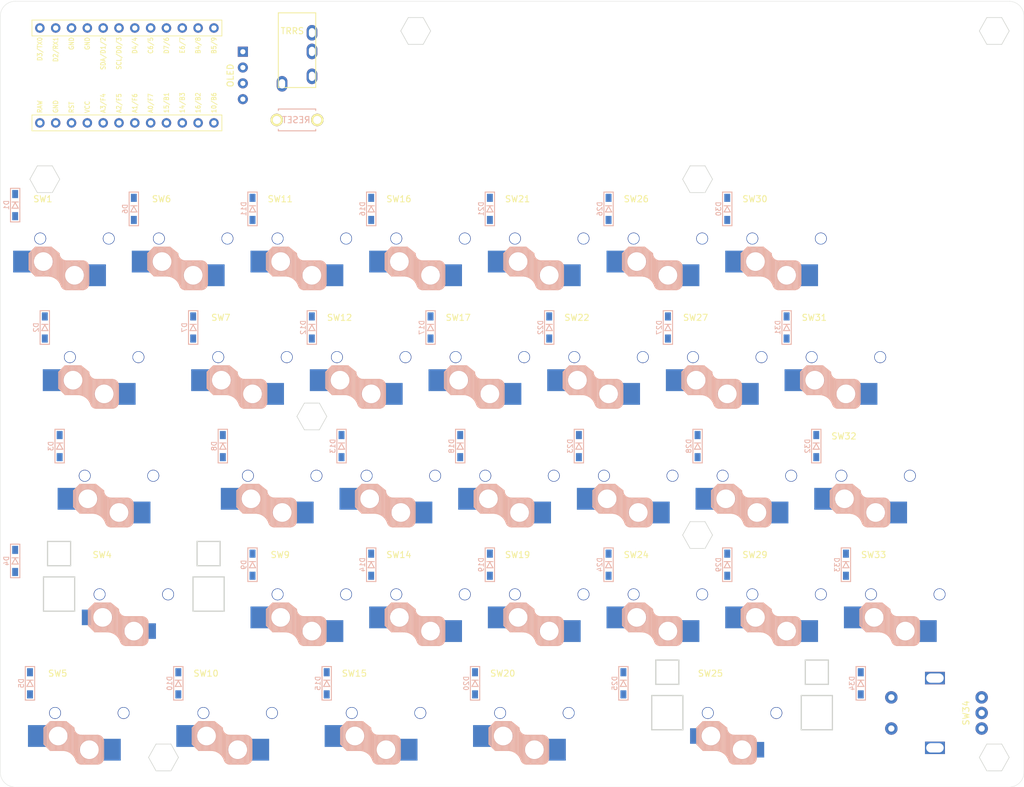
<source format=kicad_pcb>
(kicad_pcb (version 20240108) (generator "pcbnew") (generator_version "8.0")
  (layers (0 "F.Cu" signal) (31 "B.Cu" signal) (34 "B.Paste" user) (35 "F.Paste" user) (36 "B.SilkS" user "B.Silkscreen") (37 "F.SilkS" user "F.Silkscreen") (38 "B.Mask" user) (39 "F.Mask" user) (44 "Edge.Cuts" user))
  (net 0 "")
  (net 1 "Row0")
  (net 2 "Net-(D1-A)")
  (net 3 "Net-(D2-A)")
  (net 4 "Row1")
  (net 5 "Row2")
  (net 6 "Net-(D3-A)")
  (net 7 "Net-(D4-A)")
  (net 8 "Row3")
  (net 9 "Row4")
  (net 10 "Net-(D5-A)")
  (net 11 "Net-(D6-A)")
  (net 12 "Net-(D7-A)")
  (net 13 "Net-(D8-A)")
  (net 14 "Net-(D9-A)")
  (net 15 "Net-(D10-A)")
  (net 16 "Net-(D11-A)")
  (net 17 "Net-(D12-A)")
  (net 18 "Net-(D13-A)")
  (net 19 "Net-(D14-A)")
  (net 20 "Net-(D15-A)")
  (net 21 "Net-(D16-A)")
  (net 22 "Net-(D17-A)")
  (net 23 "Net-(D18-A)")
  (net 24 "Net-(D19-A)")
  (net 25 "Net-(D20-A)")
  (net 26 "Net-(D21-A)")
  (net 27 "Net-(D22-A)")
  (net 28 "Net-(D23-A)")
  (net 29 "Net-(D24-A)")
  (net 30 "Net-(D25-A)")
  (net 31 "Net-(D26-A)")
  (net 32 "Net-(D27-A)")
  (net 33 "Net-(D28-A)")
  (net 34 "Net-(D29-A)")
  (net 35 "Net-(D30-A)")
  (net 36 "Net-(D31-A)")
  (net 37 "Net-(D32-A)")
  (net 38 "Net-(D33-A)")
  (net 39 "Net-(D34-A)")
  (net 40 "SDA")
  (net 41 "GND")
  (net 42 "SCL")
  (net 43 "VCC")
  (net 44 "Col0")
  (net 45 "Col1")
  (net 46 "Col2")
  (net 47 "Col3")
  (net 48 "Col4")
  (net 49 "Col5")
  (net 50 "Col6")
  (net 51 "REA")
  (net 52 "REB")
  (net 53 "Reset")
  (footprint "kbd_SW:Choc_Hotswap_1u" (layer "F.Cu") (at 90.4875 57.15)
    (property "Reference" "SW16" (at -5.08 -6.35 180) (layer "F.SilkS"))
    (property "Value" "SW_Push" (hide yes))
    (pad "" np_thru_hole circle (at -5.5 0 90) (size 1.9 1.9) (drill 1.7) (layers "*.Cu" "*.Mask"))
    (pad "" np_thru_hole circle (at -5 3.7 90) (size 3.1 3.1) (drill 3) (layers "*.Cu" "*.Mask"))
    (pad "" np_thru_hole circle (at 0 0 90) (size 4 4) (drill 4) (layers "*.Cu" "*.Mask"))
    (pad "" np_thru_hole circle (at 0 5.9 90) (size 3.1 3.1) (drill 3) (layers "*.Cu" "*.Mask"))
    (pad "" np_thru_hole circle (at 5.22 -4.2) (size 1 1) (drill 1) (layers "*.Cu" "*.Mask"))
    (pad "" np_thru_hole circle (at 5.5 0 90) (size 1.9 1.9) (drill 1.7) (layers "*.Cu" "*.Mask"))
    (pad "1" smd rect (at -8.35 3.7 180) (size 3 3.5) (layers "B.Cu" "B.Paste" "B.Mask") (net 21 "Net-(D16-A)"))
    (pad "2" smd rect (at 3.55 5.9 180) (size 3 3.5) (layers "B.Cu" "B.Paste" "B.Mask") (net 47 "Col3"))
  )
  (footprint "kbd_Parts:Diode_SMD" (layer "F.Cu") (at 157.1625 109.5375 -90)
    (property "Reference" "D33" (at 0 1.4 90) (layer "B.SilkS") (effects (font (size 0.8 0.8) (thickness 0.125)) (justify mirror)))
    (property "Value" "D" (hide yes))
    (pad "1" smd rect (at -1.775 0 270) (size 1.3 0.95) (layers "B.Cu" "B.Paste" "B.Mask") (net 8 "Row3"))
    (pad "2" smd rect (at 1.775 0 270) (size 1.3 0.95) (layers "B.Cu" "B.Paste" "B.Mask") (net 38 "Net-(D33-A)"))
  )
  (footprint "kbd_Hole:m2_Spacer_Hole_hex" (layer "F.Cu") (at 133.35 104.775)
    (property "Reference" "M6" (hide yes))
    (property "Value" "Mark" (hide yes))
    (fp_line (start -2.4 0) (end -1.2 2.15) (stroke (width 0.1)) (layer "Edge.Cuts"))
    (fp_line (start -1.2 -2.15) (end -2.4 0) (stroke (width 0.1)) (layer "Edge.Cuts"))
    (fp_line (start -1.2 2.15) (end 1.2 2.15) (stroke (width 0.1)) (layer "Edge.Cuts"))
    (fp_line (start 1.2 -2.15) (end -1.2 -2.15) (stroke (width 0.1)) (layer "Edge.Cuts"))
    (fp_line (start 1.2 2.15) (end 2.4 0) (stroke (width 0.1)) (layer "Edge.Cuts"))
    (fp_line (start 2.4 0) (end 1.2 -2.15) (stroke (width 0.1)) (layer "Edge.Cuts"))
  )
  (footprint "kbd_Parts:Diode_SMD" (layer "F.Cu") (at 114.3 90.4875 -90)
    (property "Reference" "D23" (at 0 1.4 90) (layer "B.SilkS") (effects (font (size 0.8 0.8) (thickness 0.125)) (justify mirror)))
    (property "Value" "D" (hide yes))
    (pad "1" smd rect (at -1.775 0 270) (size 1.3 0.95) (layers "B.Cu" "B.Paste" "B.Mask") (net 5 "Row2"))
    (pad "2" smd rect (at 1.775 0 270) (size 1.3 0.95) (layers "B.Cu" "B.Paste" "B.Mask") (net 28 "Net-(D23-A)"))
  )
  (footprint "BrownSugar_KBD:RotaryEncoder_EC11-Switch" (layer "F.Cu") (at 171.45 133.35 90)
    (property "Reference" "SW34" (at 0 5 90) (layer "F.SilkS"))
    (property "Value" "RotaryEncoder_Switch")
    (pad "A" thru_hole circle (at -2.5 7.5 90) (size 2 2) (drill 1) (layers "*.Cu" "*.Mask") (net 51 "REA"))
    (pad "B" thru_hole circle (at 2.5 7.5 90) (size 2 2) (drill 1) (layers "*.Cu" "*.Mask") (net 52 "REB"))
    (pad "C" thru_hole circle (at 0 7.5 90) (size 2 2) (drill 1) (layers "*.Cu" "*.Mask") (net 41 "GND"))
    (pad "MP" thru_hole rect (at -5.6 0 90) (size 2 3.2) (drill oval 1.5 2.8) (layers "*.Cu" "*.Mask"))
    (pad "MP" thru_hole rect (at 5.6 0 90) (size 2 3.2) (drill oval 1.5 2.8) (layers "*.Cu" "*.Mask"))
    (pad "S1" thru_hole circle (at -2.5 -7 90) (size 2 2) (drill 1) (layers "*.Cu" "*.Mask") (net 39 "Net-(D34-A)"))
    (pad "S2" thru_hole circle (at 2.5 -7 90) (size 2 2) (drill 1) (layers "*.Cu" "*.Mask") (net 50 "Col6"))
  )
  (footprint "kbd_Hole:m2_Screw_Hole" (layer "F.Cu") (at 78.58125 26.19375)
    (property "Reference" "M9")
    (property "Value" "Mark")
    (pad "" np_thru_hole circle (at 0 0) (size 2.2 2.2) (drill 2.2) (layers "*.Cu" "*.Mask"))
  )
  (footprint "kbd_SW:Choc_Hotswap_1u" (layer "F.Cu") (at 80.9625 76.2)
    (property "Reference" "SW12" (at -5.08 -6.35 180) (layer "F.SilkS"))
    (property "Value" "SW_Push" (hide yes))
    (pad "" np_thru_hole circle (at -5.5 0 90) (size 1.9 1.9) (drill 1.7) (layers "*.Cu" "*.Mask"))
    (pad "" np_thru_hole circle (at -5 3.7 90) (size 3.1 3.1) (drill 3) (layers "*.Cu" "*.Mask"))
    (pad "" np_thru_hole circle (at 0 0 90) (size 4 4) (drill 4) (layers "*.Cu" "*.Mask"))
    (pad "" np_thru_hole circle (at 0 5.9 90) (size 3.1 3.1) (drill 3) (layers "*.Cu" "*.Mask"))
    (pad "" np_thru_hole circle (at 5.22 -4.2) (size 1 1) (drill 1) (layers "*.Cu" "*.Mask"))
    (pad "" np_thru_hole circle (at 5.5 0 90) (size 1.9 1.9) (drill 1.7) (layers "*.Cu" "*.Mask"))
    (pad "1" smd rect (at -8.35 3.7 180) (size 3 3.5) (layers "B.Cu" "B.Paste" "B.Mask") (net 17 "Net-(D12-A)"))
    (pad "2" smd rect (at 3.55 5.9 180) (size 3 3.5) (layers "B.Cu" "B.Paste" "B.Mask") (net 46 "Col2"))
  )
  (footprint "kbd_SW:Choc_Hotswap_1u" (layer "F.Cu") (at 66.675 95.25)
    (property "Reference" "SW8" (hide yes))
    (property "Value" "SW_Push" (hide yes))
    (pad "" np_thru_hole circle (at -5.5 0 90) (size 1.9 1.9) (drill 1.7) (layers "*.Cu" "*.Mask"))
    (pad "" np_thru_hole circle (at -5 3.7 90) (size 3.1 3.1) (drill 3) (layers "*.Cu" "*.Mask"))
    (pad "" np_thru_hole circle (at 0 0 90) (size 4 4) (drill 4) (layers "*.Cu" "*.Mask"))
    (pad "" np_thru_hole circle (at 0 5.9 90) (size 3.1 3.1) (drill 3) (layers "*.Cu" "*.Mask"))
    (pad "" np_thru_hole circle (at 5.22 -4.2) (size 1 1) (drill 1) (layers "*.Cu" "*.Mask"))
    (pad "" np_thru_hole circle (at 5.5 0 90) (size 1.9 1.9) (drill 1.7) (layers "*.Cu" "*.Mask"))
    (pad "1" smd rect (at -8.35 3.7 180) (size 3 3.5) (layers "B.Cu" "B.Paste" "B.Mask") (net 13 "Net-(D8-A)"))
    (pad "2" smd rect (at 3.55 5.9 180) (size 3 3.5) (layers "B.Cu" "B.Paste" "B.Mask") (net 45 "Col1"))
  )
  (footprint "kbd_SW:Choc_Hotswap_1u" (layer "F.Cu") (at 104.775 95.25)
    (property "Reference" "SW18" (hide yes))
    (property "Value" "SW_Push" (hide yes))
    (pad "" np_thru_hole circle (at -5.5 0 90) (size 1.9 1.9) (drill 1.7) (layers "*.Cu" "*.Mask"))
    (pad "" np_thru_hole circle (at -5 3.7 90) (size 3.1 3.1) (drill 3) (layers "*.Cu" "*.Mask"))
    (pad "" np_thru_hole circle (at 0 0 90) (size 4 4) (drill 4) (layers "*.Cu" "*.Mask"))
    (pad "" np_thru_hole circle (at 0 5.9 90) (size 3.1 3.1) (drill 3) (layers "*.Cu" "*.Mask"))
    (pad "" np_thru_hole circle (at 5.22 -4.2) (size 1 1) (drill 1) (layers "*.Cu" "*.Mask"))
    (pad "" np_thru_hole circle (at 5.5 0 90) (size 1.9 1.9) (drill 1.7) (layers "*.Cu" "*.Mask"))
    (pad "1" smd rect (at -8.35 3.7 180) (size 3 3.5) (layers "B.Cu" "B.Paste" "B.Mask") (net 23 "Net-(D18-A)"))
    (pad "2" smd rect (at 3.55 5.9 180) (size 3 3.5) (layers "B.Cu" "B.Paste" "B.Mask") (net 47 "Col3"))
  )
  (footprint "kbd_Hole:m2_Spacer_Hole_hex" (layer "F.Cu") (at 71.4375 85.725)
    (property "Reference" "M5")
    (property "Value" "Mark")
    (fp_line (start -2.4 0) (end -1.2 2.15) (stroke (width 0.1)) (layer "Edge.Cuts"))
    (fp_line (start -1.2 -2.15) (end -2.4 0) (stroke (width 0.1)) (layer "Edge.Cuts"))
    (fp_line (start -1.2 2.15) (end 1.2 2.15) (stroke (width 0.1)) (layer "Edge.Cuts"))
    (fp_line (start 1.2 -2.15) (end -1.2 -2.15) (stroke (width 0.1)) (layer "Edge.Cuts"))
    (fp_line (start 1.2 2.15) (end 2.4 0) (stroke (width 0.1)) (layer "Edge.Cuts"))
    (fp_line (start 2.4 0) (end 1.2 -2.15) (stroke (width 0.1)) (layer "Edge.Cuts"))
  )
  (footprint "kbd_Parts:Diode_SMD" (layer "F.Cu") (at 95.25 90.4875 -90)
    (property "Reference" "D18" (at 0 1.4 90) (layer "B.SilkS") (effects (font (size 0.8 0.8) (thickness 0.125)) (justify mirror)))
    (property "Value" "D" (hide yes))
    (pad "1" smd rect (at -1.775 0 270) (size 1.3 0.95) (layers "B.Cu" "B.Paste" "B.Mask") (net 5 "Row2"))
    (pad "2" smd rect (at 1.775 0 270) (size 1.3 0.95) (layers "B.Cu" "B.Paste" "B.Mask") (net 23 "Net-(D18-A)"))
  )
  (footprint "kbd_Parts:Diode_SMD" (layer "F.Cu") (at 26.19375 128.5875 -90)
    (property "Reference" "D5" (at 0 1.4 90) (layer "B.SilkS") (effects (font (size 0.8 0.8) (thickness 0.125)) (justify mirror)))
    (property "Value" "D" (hide yes))
    (pad "1" smd rect (at -1.775 0 270) (size 1.3 0.95) (layers "B.Cu" "B.Paste" "B.Mask") (net 9 "Row4"))
    (pad "2" smd rect (at 1.775 0 270) (size 1.3 0.95) (layers "B.Cu" "B.Paste" "B.Mask") (net 10 "Net-(D5-A)"))
  )
  (footprint "kbd_SW:Choc_Hotswap_1u" (layer "F.Cu") (at 71.4375 114.3)
    (property "Reference" "SW9" (at -5.08 -6.35 180) (layer "F.SilkS"))
    (property "Value" "SW_Push" (hide yes))
    (pad "" np_thru_hole circle (at -5.5 0 90) (size 1.9 1.9) (drill 1.7) (layers "*.Cu" "*.Mask"))
    (pad "" np_thru_hole circle (at -5 3.7 90) (size 3.1 3.1) (drill 3) (layers "*.Cu" "*.Mask"))
    (pad "" np_thru_hole circle (at 0 0 90) (size 4 4) (drill 4) (layers "*.Cu" "*.Mask"))
    (pad "" np_thru_hole circle (at 0 5.9 90) (size 3.1 3.1) (drill 3) (layers "*.Cu" "*.Mask"))
    (pad "" np_thru_hole circle (at 5.22 -4.2) (size 1 1) (drill 1) (layers "*.Cu" "*.Mask"))
    (pad "" np_thru_hole circle (at 5.5 0 90) (size 1.9 1.9) (drill 1.7) (layers "*.Cu" "*.Mask"))
    (pad "1" smd rect (at -8.35 3.7 180) (size 3 3.5) (layers "B.Cu" "B.Paste" "B.Mask") (net 14 "Net-(D9-A)"))
    (pad "2" smd rect (at 3.55 5.9 180) (size 3 3.5) (layers "B.Cu" "B.Paste" "B.Mask") (net 45 "Col1"))
  )
  (footprint "kbd_SW:Choc_Hotswap_1u" (layer "F.Cu") (at 59.53125 133.35)
    (property "Reference" "SW10" (at -5.08 -6.35 180) (layer "F.SilkS"))
    (property "Value" "SW_Push" (hide yes))
    (pad "" np_thru_hole circle (at -5.5 0 90) (size 1.9 1.9) (drill 1.7) (layers "*.Cu" "*.Mask"))
    (pad "" np_thru_hole circle (at -5 3.7 90) (size 3.1 3.1) (drill 3) (layers "*.Cu" "*.Mask"))
    (pad "" np_thru_hole circle (at 0 0 90) (size 4 4) (drill 4) (layers "*.Cu" "*.Mask"))
    (pad "" np_thru_hole circle (at 0 5.9 90) (size 3.1 3.1) (drill 3) (layers "*.Cu" "*.Mask"))
    (pad "" np_thru_hole circle (at 5.22 -4.2) (size 1 1) (drill 1) (layers "*.Cu" "*.Mask"))
    (pad "" np_thru_hole circle (at 5.5 0 90) (size 1.9 1.9) (drill 1.7) (layers "*.Cu" "*.Mask"))
    (pad "1" smd rect (at -8.35 3.7 180) (size 3 3.5) (layers "B.Cu" "B.Paste" "B.Mask") (net 15 "Net-(D10-A)"))
    (pad "2" smd rect (at 3.55 5.9 180) (size 3 3.5) (layers "B.Cu" "B.Paste" "B.Mask") (net 45 "Col1"))
  )
  (footprint "BrownSugar_KBD:ProMicro_r" (layer "F.Cu") (at 40.48125 30.95625 90)
    (property "Reference" "U1" (hide yes))
    (property "Value" "ProMicro" (hide yes))
    (fp_text user "VCC" (at -5.06979 -5.08 90) (layer "F.SilkS") (effects (font (size 0.75 0.67) (thickness 0.125))))
    (fp_text user "E6/7" (at 4.849257 10.16 90) (layer "F.SilkS") (effects (font (size 0.75 0.67) (thickness 0.125))))
    (fp_text user "14/B3" (at -4.383838 10.16 90) (layer "F.SilkS") (effects (font (size 0.75 0.67) (thickness 0.125))))
    (fp_text user "GND" (at -5.005981 -10.16 90) (layer "F.SilkS") (effects (font (size 0.75 0.67) (thickness 0.125))))
    (fp_text user "A1/F6" (at -4.4636 2.54 90) (layer "F.SilkS") (effects (font (size 0.75 0.67) (thickness 0.125))))
    (fp_text user "GND" (at 5.120447 -7.62 90) (layer "F.SilkS") (effects (font (size 0.75 0.67) (thickness 0.125))))
    (fp_text user "SCL/D0/3" (at 3.541162 0 90) (layer "F.SilkS") (effects (font (size 0.75 0.67) (thickness 0.125))))
    (fp_text user "10/B6" (at -4.383838 15.24 90) (layer "F.SilkS") (effects (font (size 0.75 0.67) (thickness 0.125))))
    (fp_text user "B4/8" (at 4.817352 12.7 90) (layer "F.SilkS") (effects (font (size 0.75 0.67) (thickness 0.125))))
    (fp_text user "GND" (at 5.120447 -5.08 90) (layer "F.SilkS") (effects (font (size 0.75 0.67) (thickness 0.125))))
    (fp_text user "B5/9" (at 4.817352 15.24 90) (layer "F.SilkS") (effects (font (size 0.75 0.67) (thickness 0.125))))
    (fp_text user "C6/5" (at 4.817352 5.08 90) (layer "F.SilkS") (effects (font (size 0.75 0.67) (thickness 0.125))))
    (fp_text user "A0/F7" (at -4.4636 5.08 90) (layer "F.SilkS") (effects (font (size 0.75 0.67) (thickness 0.125))))
    (fp_text user "D7/6" (at 4.817352 7.62 90) (layer "F.SilkS") (effects (font (size 0.75 0.67) (thickness 0.125))))
    (fp_text user "RST" (at -5.117648 -7.62 90) (layer "F.SilkS") (effects (font (size 0.75 0.67) (thickness 0.125))))
    (fp_text user "A2/F5" (at -4.4636 0 90) (layer "F.SilkS") (effects (font (size 0.75 0.67) (thickness 0.125))))
    (fp_text user "A3/F4" (at -4.4636 -2.54 90) (layer "F.SilkS") (effects (font (size 0.75 0.67) (thickness 0.125))))
    (fp_text user "D3/TX0" (at 4.243066 -12.7 90) (layer "F.SilkS") (effects (font (size 0.75 0.67) (thickness 0.125))))
    (fp_text user "D4/4" (at 4.817352 2.54 90) (layer "F.SilkS") (effects (font (size 0.75 0.67) (thickness 0.125))))
    (fp_text user "D2/RX1" (at 4.163305 -10.16 90) (layer "F.SilkS") (effects (font (size 0.75 0.67) (thickness 0.125))))
    (fp_text user "SDA/D1/2" (at 3.525209 -2.54 90) (layer "F.SilkS") (effects (font (size 0.75 0.67) (thickness 0.125))))
    (fp_text user "RAW" (at -5.021933 -12.7 90) (layer "F.SilkS") (effects (font (size 0.75 0.67) (thickness 0.125))))
    (fp_text user "16/B2" (at -4.383838 12.7 90) (layer "F.SilkS") (effects (font (size 0.75 0.67) (thickness 0.125))))
    (fp_text user "15/B1" (at -4.383838 7.62 90) (layer "F.SilkS") (effects (font (size 0.75 0.67) (thickness 0.125))))
    (pad "1" thru_hole circle (at 7.62 -12.7 90) (size 1.524 1.524) (drill 0.85) (layers "*.Cu" "*.Mask"))
    (pad "2" thru_hole circle (at 7.62 -10.16 90) (size 1.524 1.524) (drill 0.85) (layers "*.Cu" "*.Mask") (net 43 "VCC"))
    (pad "3" thru_hole circle (at 7.62 -7.62 90) (size 1.524 1.524) (drill 0.85) (layers "*.Cu" "*.Mask") (net 41 "GND"))
    (pad "4" thru_hole circle (at 7.62 -5.08 90) (size 1.524 1.524) (drill 0.85) (layers "*.Cu" "*.Mask") (net 41 "GND"))
    (pad "5" thru_hole circle (at 7.62 -2.54 90) (size 1.524 1.524) (drill 0.85) (layers "*.Cu" "*.Mask") (net 40 "SDA"))
    (pad "6" thru_hole circle (at 7.62 0 90) (size 1.524 1.524) (drill 0.85) (layers "*.Cu" "*.Mask") (net 42 "SCL"))
    (pad "7" thru_hole circle (at 7.62 2.54 90) (size 1.524 1.524) (drill 0.85) (layers "*.Cu" "*.Mask") (net 1 "Row0"))
    (pad "8" thru_hole circle (at 7.62 5.08 90) (size 1.524 1.524) (drill 0.85) (layers "*.Cu" "*.Mask") (net 4 "Row1"))
    (pad "9" thru_hole circle (at 7.62 7.62 90) (size 1.524 1.524) (drill 0.85) (layers "*.Cu" "*.Mask") (net 5 "Row2"))
    (pad "10" thru_hole circle (at 7.62 10.16 90) (size 1.524 1.524) (drill 0.85) (layers "*.Cu" "*.Mask") (net 8 "Row3"))
    (pad "11" thru_hole circle (at 7.62 12.7 90) (size 1.524 1.524) (drill 0.85) (layers "*.Cu" "*.Mask") (net 9 "Row4"))
    (pad "12" thru_hole circle (at 7.62 15.24 90) (size 1.524 1.524) (drill 0.85) (layers "*.Cu" "*.Mask") (net 51 "REA"))
    (pad "13" thru_hole circle (at -7.62 15.24 90) (size 1.524 1.524) (drill 0.85) (layers "*.Cu" "*.Mask") (net 52 "REB"))
    (pad "14" thru_hole circle (at -7.62 12.7 90) (size 1.524 1.524) (drill 0.85) (layers "*.Cu" "*.Mask") (net 50 "Col6"))
    (pad "15" thru_hole circle (at -7.62 10.16 90) (size 1.524 1.524) (drill 0.85) (layers "*.Cu" "*.Mask") (net 49 "Col5"))
    (pad "16" thru_hole circle (at -7.62 7.62 90) (size 1.524 1.524) (drill 0.85) (layers "*.Cu" "*.Mask") (net 48 "Col4"))
    (pad "17" thru_hole circle (at -7.62 5.08 90) (size 1.524 1.524) (drill 0.85) (layers "*.Cu" "*.Mask") (net 47 "Col3"))
    (pad "18" thru_hole circle (at -7.62 2.54 90) (size 1.524 1.524) (drill 0.85) (layers "*.Cu" "*.Mask") (net 46 "Col2"))
    (pad "19" thru_hole circle (at -7.62 0 90) (size 1.524 1.524) (drill 0.85) (layers "*.Cu" "*.Mask") (net 45 "Col1"))
    (pad "20" thru_hole circle (at -7.62 -2.54 90) (size 1.524 1.524) (drill 0.85) (layers "*.Cu" "*.Mask") (net 44 "Col0"))
    (pad "21" thru_hole circle (at -7.62 -5.08 90) (size 1.524 1.524) (drill 0.85) (layers "*.Cu" "*.Mask") (net 43 "VCC"))
    (pad "22" thru_hole circle (at -7.62 -7.62 90) (size 1.524 1.524) (drill 0.85) (layers "*.Cu" "*.Mask") (net 53 "Reset"))
    (pad "23" thru_hole circle (at -7.62 -10.16 90) (size 1.524 1.524) (drill 0.85) (layers "*.Cu" "*.Mask") (net 41 "GND"))
    (pad "24" thru_hole circle (at -7.62 -12.7 90) (size 1.524 1.524) (drill 0.85) (layers "*.Cu" "*.Mask"))
  )
  (footprint "kbd_Parts:Diode_SMD" (layer "F.Cu") (at 73.81875 128.5875 -90)
    (property "Reference" "D15" (at 0 1.4 90) (layer "B.SilkS") (effects (font (size 0.8 0.8) (thickness 0.125)) (justify mirror)))
    (property "Value" "D" (hide yes))
    (pad "1" smd rect (at -1.775 0 270) (size 1.3 0.95) (layers "B.Cu" "B.Paste" "B.Mask") (net 9 "Row4"))
    (pad "2" smd rect (at 1.775 0 270) (size 1.3 0.95) (layers "B.Cu" "B.Paste" "B.Mask") (net 20 "Net-(D15-A)"))
  )
  (footprint "kbd_Parts:Diode_SMD" (layer "F.Cu") (at 28.575 71.4375 -90)
    (property "Reference" "D2" (at 0 1.4 90) (layer "B.SilkS") (effects (font (size 0.8 0.8) (thickness 0.125)) (justify mirror)))
    (property "Value" "D" (hide yes))
    (pad "1" smd rect (at -1.775 0 270) (size 1.3 0.95) (layers "B.Cu" "B.Paste" "B.Mask") (net 4 "Row1"))
    (pad "2" smd rect (at 1.775 0 270) (size 1.3 0.95) (layers "B.Cu" "B.Paste" "B.Mask") (net 3 "Net-(D2-A)"))
  )
  (footprint "kbd_Parts:Diode_SMD" (layer "F.Cu") (at 138.1125 109.5375 -90)
    (property "Reference" "D29" (at 0 1.4 90) (layer "B.SilkS") (effects (font (size 0.8 0.8) (thickness 0.125)) (justify mirror)))
    (property "Value" "D" (hide yes))
    (pad "1" smd rect (at -1.775 0 270) (size 1.3 0.95) (layers "B.Cu" "B.Paste" "B.Mask") (net 8 "Row3"))
    (pad "2" smd rect (at 1.775 0 270) (size 1.3 0.95) (layers "B.Cu" "B.Paste" "B.Mask") (net 34 "Net-(D29-A)"))
  )
  (footprint "kbd_SW:Choc_Hotswap_1u" (layer "F.Cu") (at 61.9125 76.2)
    (property "Reference" "SW7" (at -5.08 -6.35 180) (layer "F.SilkS"))
    (property "Value" "SW_Push" (hide yes))
    (pad "" np_thru_hole circle (at -5.5 0 90) (size 1.9 1.9) (drill 1.7) (layers "*.Cu" "*.Mask"))
    (pad "" np_thru_hole circle (at -5 3.7 90) (size 3.1 3.1) (drill 3) (layers "*.Cu" "*.Mask"))
    (pad "" np_thru_hole circle (at 0 0 90) (size 4 4) (drill 4) (layers "*.Cu" "*.Mask"))
    (pad "" np_thru_hole circle (at 0 5.9 90) (size 3.1 3.1) (drill 3) (layers "*.Cu" "*.Mask"))
    (pad "" np_thru_hole circle (at 5.22 -4.2) (size 1 1) (drill 1) (layers "*.Cu" "*.Mask"))
    (pad "" np_thru_hole circle (at 5.5 0 90) (size 1.9 1.9) (drill 1.7) (layers "*.Cu" "*.Mask"))
    (pad "1" smd rect (at -8.35 3.7 180) (size 3 3.5) (layers "B.Cu" "B.Paste" "B.Mask") (net 12 "Net-(D7-A)"))
    (pad "2" smd rect (at 3.55 5.9 180) (size 3 3.5) (layers "B.Cu" "B.Paste" "B.Mask") (net 45 "Col1"))
  )
  (footprint "BrownSugar_KBD:OLED_center_module" (layer "F.Cu") (at 42.8625 30.95625 90)
    (property "Reference" "OL1")
    (property "Value" "OLED")
    (fp_text user "OLED" (at 0 15.5 90) (layer "F.SilkS"))
    (pad "1" thru_hole circle (at -3.81 17.5 90) (size 1.62 1.62) (drill 0.82) (layers "*.Cu" "*.Mask") (net 40 "SDA"))
    (pad "2" thru_hole circle (at -1.27 17.5 90) (size 1.62 1.62) (drill 0.82) (layers "*.Cu" "*.Mask") (net 42 "SCL"))
    (pad "3" thru_hole circle (at 1.27 17.5 90) (size 1.62 1.62) (drill 0.82) (layers "*.Cu" "*.Mask") (net 43 "VCC"))
    (pad "4" thru_hole rect (at 3.81 17.5 90) (size 1.62 1.62) (drill 0.82) (layers "*.Cu" "*.Mask") (net 41 "GND"))
  )
  (footprint "kbd_SW:Choc_Hotswap_1u" (layer "F.Cu") (at 142.875 95.25)
    (property "Reference" "SW28" (hide yes))
    (property "Value" "SW_Push" (hide yes))
    (pad "" np_thru_hole circle (at -5.5 0 90) (size 1.9 1.9) (drill 1.7) (layers "*.Cu" "*.Mask"))
    (pad "" np_thru_hole circle (at -5 3.7 90) (size 3.1 3.1) (drill 3) (layers "*.Cu" "*.Mask"))
    (pad "" np_thru_hole circle (at 0 0 90) (size 4 4) (drill 4) (layers "*.Cu" "*.Mask"))
    (pad "" np_thru_hole circle (at 0 5.9 90) (size 3.1 3.1) (drill 3) (layers "*.Cu" "*.Mask"))
    (pad "" np_thru_hole circle (at 5.22 -4.2) (size 1 1) (drill 1) (layers "*.Cu" "*.Mask"))
    (pad "" np_thru_hole circle (at 5.5 0 90) (size 1.9 1.9) (drill 1.7) (layers "*.Cu" "*.Mask"))
    (pad "1" smd rect (at -8.35 3.7 180) (size 3 3.5) (layers "B.Cu" "B.Paste" "B.Mask") (net 33 "Net-(D28-A)"))
    (pad "2" smd rect (at 3.55 5.9 180) (size 3 3.5) (layers "B.Cu" "B.Paste" "B.Mask") (net 49 "Col5"))
  )
  (footprint "kbd_SW:Choc_Hotswap_1u" (layer "F.Cu") (at 107.15625 133.35)
    (property "Reference" "SW20" (at -5.08 -6.35 180) (layer "F.SilkS"))
    (property "Value" "SW_Push" (hide yes))
    (pad "" np_thru_hole circle (at -5.5 0 90) (size 1.9 1.9) (drill 1.7) (layers "*.Cu" "*.Mask"))
    (pad "" np_thru_hole circle (at -5 3.7 90) (size 3.1 3.1) (drill 3) (layers "*.Cu" "*.Mask"))
    (pad "" np_thru_hole circle (at 0 0 90) (size 4 4) (drill 4) (layers "*.Cu" "*.Mask"))
    (pad "" np_thru_hole circle (at 0 5.9 90) (size 3.1 3.1) (drill 3) (layers "*.Cu" "*.Mask"))
    (pad "" np_thru_hole circle (at 5.22 -4.2) (size 1 1) (drill 1) (layers "*.Cu" "*.Mask"))
    (pad "" np_thru_hole circle (at 5.5 0 90) (size 1.9 1.9) (drill 1.7) (layers "*.Cu" "*.Mask"))
    (pad "1" smd rect (at -8.35 3.7 180) (size 3 3.5) (layers "B.Cu" "B.Paste" "B.Mask") (net 25 "Net-(D20-A)"))
    (pad "2" smd rect (at 3.55 5.9 180) (size 3 3.5) (layers "B.Cu" "B.Paste" "B.Mask") (net 47 "Col3"))
  )
  (footprint "kbd_SW:Choc_Hotswap_1u" (layer "F.Cu") (at 52.3875 57.15)
    (property "Reference" "SW6" (at -5.08 -6.35 180) (layer "F.SilkS"))
    (property "Value" "SW_Push" (hide yes))
    (pad "" np_thru_hole circle (at -5.5 0 90) (size 1.9 1.9) (drill 1.7) (layers "*.Cu" "*.Mask"))
    (pad "" np_thru_hole circle (at -5 3.7 90) (size 3.1 3.1) (drill 3) (layers "*.Cu" "*.Mask"))
    (pad "" np_thru_hole circle (at 0 0 90) (size 4 4) (drill 4) (layers "*.Cu" "*.Mask"))
    (pad "" np_thru_hole circle (at 0 5.9 90) (size 3.1 3.1) (drill 3) (layers "*.Cu" "*.Mask"))
    (pad "" np_thru_hole circle (at 5.22 -4.2) (size 1 1) (drill 1) (layers "*.Cu" "*.Mask"))
    (pad "" np_thru_hole circle (at 5.5 0 90) (size 1.9 1.9) (drill 1.7) (layers "*.Cu" "*.Mask"))
    (pad "1" smd rect (at -8.35 3.7 180) (size 3 3.5) (layers "B.Cu" "B.Paste" "B.Mask") (net 11 "Net-(D6-A)"))
    (pad "2" smd rect (at 3.55 5.9 180) (size 3 3.5) (layers "B.Cu" "B.Paste" "B.Mask") (net 45 "Col1"))
  )
  (footprint "BrownSugar_KBD:TRRS_PJ-320A" (layer "F.Cu") (at 69.05625 20.89875)
    (property "Reference" "J1")
    (property "Value" "TRRS" (hide yes))
    (fp_text user "TRRS" (at -0.75 2.91375 0) (layer "F.SilkS"))
    (pad "" np_thru_hole circle (at 0 1.6) (size 1.5 1.5) (drill 1.5) (layers "*.Cu" "*.Mask"))
    (pad "" np_thru_hole circle (at 0 8.6) (size 1.5 1.5) (drill 1.5) (layers "*.Cu" "*.Mask"))
    (pad "A" thru_hole oval (at -2.4 11.4) (size 1.7 2.5) (drill oval 1 1.5) (layers "*.Cu" "*.Mask") (net 41 "GND") (clearance 0.15))
    (pad "B" thru_hole oval (at 2.4 3.2) (size 1.7 2.5) (drill oval 1 1.5) (layers "*.Cu" "*.Mask") (net 42 "SCL"))
    (pad "C" thru_hole oval (at 2.4 6.2) (size 1.7 2.5) (drill oval 1 1.5) (layers "*.Cu" "*.Mask") (net 40 "SDA"))
    (pad "D" thru_hole oval (at 2.4 10.2) (size 1.7 2.5) (drill oval 1 1.5) (layers "*.Cu" "*.Mask") (net 43 "VCC") (clearance 0.15))
  )
  (footprint "kbd_Parts:Diode_SMD" (layer "F.Cu") (at 128.5875 71.4375 -90)
    (property "Reference" "D27" (at 0 1.4 90) (layer "B.SilkS") (effects (font (size 0.8 0.8) (thickness 0.125)) (justify mirror)))
    (property "Value" "D" (hide yes))
    (pad "1" smd rect (at -1.775 0 270) (size 1.3 0.95) (layers "B.Cu" "B.Paste" "B.Mask") (net 4 "Row1"))
    (pad "2" smd rect (at 1.775 0 270) (size 1.3 0.95) (layers "B.Cu" "B.Paste" "B.Mask") (net 32 "Net-(D27-A)"))
  )
  (footprint "kbd_SW:Choc_Hotswap_1u" (layer "F.Cu") (at 100.0125 76.2)
    (property "Reference" "SW17" (at -5.08 -6.35 180) (layer "F.SilkS"))
    (property "Value" "SW_Push" (hide yes))
    (pad "" np_thru_hole circle (at -5.5 0 90) (size 1.9 1.9) (drill 1.7) (layers "*.Cu" "*.Mask"))
    (pad "" np_thru_hole circle (at -5 3.7 90) (size 3.1 3.1) (drill 3) (layers "*.Cu" "*.Mask"))
    (pad "" np_thru_hole circle (at 0 0 90) (size 4 4) (drill 4) (layers "*.Cu" "*.Mask"))
    (pad "" np_thru_hole circle (at 0 5.9 90) (size 3.1 3.1) (drill 3) (layers "*.Cu" "*.Mask"))
    (pad "" np_thru_hole circle (at 5.22 -4.2) (size 1 1) (drill 1) (layers "*.Cu" "*.Mask"))
    (pad "" np_thru_hole circle (at 5.5 0 90) (size 1.9 1.9) (drill 1.7) (layers "*.Cu" "*.Mask"))
    (pad "1" smd rect (at -8.35 3.7 180) (size 3 3.5) (layers "B.Cu" "B.Paste" "B.Mask") (net 22 "Net-(D17-A)"))
    (pad "2" smd rect (at 3.55 5.9 180) (size 3 3.5) (layers "B.Cu" "B.Paste" "B.Mask") (net 47 "Col3"))
  )
  (footprint "kbd_Hole:m2_Spacer_Hole_hex" (layer "F.Cu") (at 180.975 23.8125)
    (property "Reference" "M2")
    (property "Value" "Mark")
    (fp_line (start -2.4 0) (end -1.2 2.15) (stroke (width 0.1)) (layer "Edge.Cuts"))
    (fp_line (start -1.2 -2.15) (end -2.4 0) (stroke (width 0.1)) (layer "Edge.Cuts"))
    (fp_line (start -1.2 2.15) (end 1.2 2.15) (stroke (width 0.1)) (layer "Edge.Cuts"))
    (fp_line (start 1.2 -2.15) (end -1.2 -2.15) (stroke (width 0.1)) (layer "Edge.Cuts"))
    (fp_line (start 1.2 2.15) (end 2.4 0) (stroke (width 0.1)) (layer "Edge.Cuts"))
    (fp_line (start 2.4 0) (end 1.2 -2.15) (stroke (width 0.1)) (layer "Edge.Cuts"))
  )
  (footprint "kbd_Parts:Diode_SMD" (layer "F.Cu") (at 119.0625 109.5375 -90)
    (property "Reference" "D24" (at 0 1.4 90) (layer "B.SilkS") (effects (font (size 0.8 0.8) (thickness 0.125)) (justify mirror)))
    (property "Value" "D" (hide yes))
    (pad "1" smd rect (at -1.775 0 270) (size 1.3 0.95) (layers "B.Cu" "B.Paste" "B.Mask") (net 8 "Row3"))
    (pad "2" smd rect (at 1.775 0 270) (size 1.3 0.95) (layers "B.Cu" "B.Paste" "B.Mask") (net 29 "Net-(D24-A)"))
  )
  (footprint "kbd_Hole:m2_Spacer_Hole_hex" (layer "F.Cu") (at 180.975 140.49375)
    (property "Reference" "M8" (hide yes))
    (property "Value" "Mark" (hide yes))
    (fp_line (start -2.4 0) (end -1.2 2.15) (stroke (width 0.1)) (layer "Edge.Cuts"))
    (fp_line (start -1.2 -2.15) (end -2.4 0) (stroke (width 0.1)) (layer "Edge.Cuts"))
    (fp_line (start -1.2 2.15) (end 1.2 2.15) (stroke (width 0.1)) (layer "Edge.Cuts"))
    (fp_line (start 1.2 -2.15) (end -1.2 -2.15) (stroke (width 0.1)) (layer "Edge.Cuts"))
    (fp_line (start 1.2 2.15) (end 2.4 0) (stroke (width 0.1)) (layer "Edge.Cuts"))
    (fp_line (start 2.4 0) (end 1.2 -2.15) (stroke (width 0.1)) (layer "Edge.Cuts"))
  )
  (footprint "kbd_Hole:m2_Screw_Hole" (layer "F.Cu") (at 78.58125 35.71875)
    (property "Reference" "M10")
    (property "Value" "Mark")
    (pad "" np_thru_hole circle (at 0 0) (size 2.2 2.2) (drill 2.2) (layers "*.Cu" "*.Mask"))
  )
  (footprint "kbd_Parts:Diode_SMD" (layer "F.Cu") (at 159.54375 128.5875 -90)
    (property "Reference" "D34" (at 0 1.4 90) (layer "B.SilkS") (effects (font (size 0.8 0.8) (thickness 0.125)) (justify mirror)))
    (property "Value" "D" (hide yes))
    (pad "1" smd rect (at -1.775 0 270) (size 1.3 0.95) (layers "B.Cu" "B.Paste" "B.Mask") (net 9 "Row4"))
    (pad "2" smd rect (at 1.775 0 270) (size 1.3 0.95) (layers "B.Cu" "B.Paste" "B.Mask") (net 39 "Net-(D34-A)"))
  )
  (footprint "kbd_SW:Choc_Hotswap_1u" (layer "F.Cu") (at 119.0625 76.2)
    (property "Reference" "SW22" (at -5.08 -6.35 180) (layer "F.SilkS"))
    (property "Value" "SW_Push" (hide yes))
    (pad "" np_thru_hole circle (at -5.5 0 90) (size 1.9 1.9) (drill 1.7) (layers "*.Cu" "*.Mask"))
    (pad "" np_thru_hole circle (at -5 3.7 90) (size 3.1 3.1) (drill 3) (layers "*.Cu" "*.Mask"))
    (pad "" np_thru_hole circle (at 0 0 90) (size 4 4) (drill 4) (layers "*.Cu" "*.Mask"))
    (pad "" np_thru_hole circle (at 0 5.9 90) (size 3.1 3.1) (drill 3) (layers "*.Cu" "*.Mask"))
    (pad "" np_thru_hole circle (at 5.22 -4.2) (size 1 1) (drill 1) (layers "*.Cu" "*.Mask"))
    (pad "" np_thru_hole circle (at 5.5 0 90) (size 1.9 1.9) (drill 1.7) (layers "*.Cu" "*.Mask"))
    (pad "1" smd rect (at -8.35 3.7 180) (size 3 3.5) (layers "B.Cu" "B.Paste" "B.Mask") (net 27 "Net-(D22-A)"))
    (pad "2" smd rect (at 3.55 5.9 180) (size 3 3.5) (layers "B.Cu" "B.Paste" "B.Mask") (net 48 "Col4"))
  )
  (footprint "kbd_Hole:m2_Spacer_Hole_hex" (layer "F.Cu") (at 47.625 140.49375)
    (property "Reference" "M7" (hide yes))
    (property "Value" "Mark" (hide yes))
    (fp_line (start -2.4 0) (end -1.2 2.15) (stroke (width 0.1)) (layer "Edge.Cuts"))
    (fp_line (start -1.2 -2.15) (end -2.4 0) (stroke (width 0.1)) (layer "Edge.Cuts"))
    (fp_line (start -1.2 2.15) (end 1.2 2.15) (stroke (width 0.1)) (layer "Edge.Cuts"))
    (fp_line (start 1.2 -2.15) (end -1.2 -2.15) (stroke (width 0.1)) (layer "Edge.Cuts"))
    (fp_line (start 1.2 2.15) (end 2.4 0) (stroke (width 0.1)) (layer "Edge.Cuts"))
    (fp_line (start 2.4 0) (end 1.2 -2.15) (stroke (width 0.1)) (layer "Edge.Cuts"))
  )
  (footprint "kbd_SW:Choc_Hotswap_1u" (layer "F.Cu") (at 90.4875 114.3)
    (property "Reference" "SW14" (at -5.08 -6.35 180) (layer "F.SilkS"))
    (property "Value" "SW_Push" (hide yes))
    (pad "" np_thru_hole circle (at -5.5 0 90) (size 1.9 1.9) (drill 1.7) (layers "*.Cu" "*.Mask"))
    (pad "" np_thru_hole circle (at -5 3.7 90) (size 3.1 3.1) (drill 3) (layers "*.Cu" "*.Mask"))
    (pad "" np_thru_hole circle (at 0 0 90) (size 4 4) (drill 4) (layers "*.Cu" "*.Mask"))
    (pad "" np_thru_hole circle (at 0 5.9 90) (size 3.1 3.1) (drill 3) (layers "*.Cu" "*.Mask"))
    (pad "" np_thru_hole circle (at 5.22 -4.2) (size 1 1) (drill 1) (layers "*.Cu" "*.Mask"))
    (pad "" np_thru_hole circle (at 5.5 0 90) (size 1.9 1.9) (drill 1.7) (layers "*.Cu" "*.Mask"))
    (pad "1" smd rect (at -8.35 3.7 180) (size 3 3.5) (layers "B.Cu" "B.Paste" "B.Mask") (net 19 "Net-(D14-A)"))
    (pad "2" smd rect (at 3.55 5.9 180) (size 3 3.5) (layers "B.Cu" "B.Paste" "B.Mask") (net 46 "Col2"))
  )
  (footprint "kbd_Parts:Diode_SMD" (layer "F.Cu") (at 57.15 90.4875 -90)
    (property "Reference" "D8" (at 0 1.4 90) (layer "B.SilkS") (effects (font (size 0.8 0.8) (thickness 0.125)) (justify mirror)))
    (property "Value" "D" (hide yes))
    (pad "1" smd rect (at -1.775 0 270) (size 1.3 0.95) (layers "B.Cu" "B.Paste" "B.Mask") (net 5 "Row2"))
    (pad "2" smd rect (at 1.775 0 270) (size 1.3 0.95) (layers "B.Cu" "B.Paste" "B.Mask") (net 13 "Net-(D8-A)"))
  )
  (footprint "kbd_SW:Choc_Hotswap_1u" (layer "F.Cu") (at 128.5875 114.3)
    (property "Reference" "SW24" (at -5.08 -6.35 180) (layer "F.SilkS"))
    (property "Value" "SW_Push" (hide yes))
    (pad "" np_thru_hole circle (at -5.5 0 90) (size 1.9 1.9) (drill 1.7) (layers "*.Cu" "*.Mask"))
    (pad "" np_thru_hole circle (at -5 3.7 90) (size 3.1 3.1) (drill 3) (layers "*.Cu" "*.Mask"))
    (pad "" np_thru_hole circle (at 0 0 90) (size 4 4) (drill 4) (layers "*.Cu" "*.Mask"))
    (pad "" np_thru_hole circle (at 0 5.9 90) (size 3.1 3.1) (drill 3) (layers "*.Cu" "*.Mask"))
    (pad "" np_thru_hole circle (at 5.22 -4.2) (size 1 1) (drill 1) (layers "*.Cu" "*.Mask"))
    (pad "" np_thru_hole circle (at 5.5 0 90) (size 1.9 1.9) (drill 1.7) (layers "*.Cu" "*.Mask"))
    (pad "1" smd rect (at -8.35 3.7 180) (size 3 3.5) (layers "B.Cu" "B.Paste" "B.Mask") (net 29 "Net-(D24-A)"))
    (pad "2" smd rect (at 3.55 5.9 180) (size 3 3.5) (layers "B.Cu" "B.Paste" "B.Mask") (net 48 "Col4"))
  )
  (footprint "kbd_SW:Choc_Hotswap_1u" (layer "F.Cu") (at 35.71875 133.35)
    (property "Reference" "SW5" (at -5.08 -6.35 180) (layer "F.SilkS"))
    (property "Value" "SW_Push" (hide yes))
    (pad "" np_thru_hole circle (at -5.5 0 90) (size 1.9 1.9) (drill 1.7) (layers "*.Cu" "*.Mask"))
    (pad "" np_thru_hole circle (at -5 3.7 90) (size 3.1 3.1) (drill 3) (layers "*.Cu" "*.Mask"))
    (pad "" np_thru_hole circle (at 0 0 90) (size 4 4) (drill 4) (layers "*.Cu" "*.Mask"))
    (pad "" np_thru_hole circle (at 0 5.9 90) (size 3.1 3.1) (drill 3) (layers "*.Cu" "*.Mask"))
    (pad "" np_thru_hole circle (at 5.22 -4.2) (size 1 1) (drill 1) (layers "*.Cu" "*.Mask"))
    (pad "" np_thru_hole circle (at 5.5 0 90) (size 1.9 1.9) (drill 1.7) (layers "*.Cu" "*.Mask"))
    (pad "1" smd rect (at -8.35 3.7 180) (size 3 3.5) (layers "B.Cu" "B.Paste" "B.Mask") (net 10 "Net-(D5-A)"))
    (pad "2" smd rect (at 3.55 5.9 180) (size 3 3.5) (layers "B.Cu" "B.Paste" "B.Mask") (net 44 "Col0"))
  )
  (footprint "kbd_Parts:Diode_SMD" (layer "F.Cu") (at 119.0625 52.3875 -90)
    (property "Reference" "D26" (at 0 1.4 90) (layer "B.SilkS") (effects (font (size 0.8 0.8) (thickness 0.125)) (justify mirror)))
    (property "Value" "D" (hide yes))
    (pad "1" smd rect (at -1.775 0 270) (size 1.3 0.95) (layers "B.Cu" "B.Paste" "B.Mask") (net 1 "Row0"))
    (pad "2" smd rect (at 1.775 0 270) (size 1.3 0.95) (layers "B.Cu" "B.Paste" "B.Mask") (net 31 "Net-(D26-A)"))
  )
  (footprint "kbd_SW:Choc_Hotswap_1u" (layer "F.Cu") (at 157.1625 76.2)
    (property "Reference" "SW31" (at -5.08 -6.35 180) (layer "F.SilkS"))
    (property "Value" "SW_Push" (hide yes))
    (pad "" np_thru_hole circle (at -5.5 0 90) (size 1.9 1.9) (drill 1.7) (layers "*.Cu" "*.Mask"))
    (pad "" np_thru_hole circle (at -5 3.7 90) (size 3.1 3.1) (drill 3) (layers "*.Cu" "*.Mask"))
    (pad "" np_thru_hole circle (at 0 0 90) (size 4 4) (drill 4) (layers "*.Cu" "*.Mask"))
    (pad "" np_thru_hole circle (at 0 5.9 90) (size 3.1 3.1) (drill 3) (layers "*.Cu" "*.Mask"))
    (pad "" np_thru_hole circle (at 5.22 -4.2) (size 1 1) (drill 1) (layers "*.Cu" "*.Mask"))
    (pad "" np_thru_hole circle (at 5.5 0 90) (size 1.9 1.9) (drill 1.7) (layers "*.Cu" "*.Mask"))
    (pad "1" smd rect (at -8.35 3.7 180) (size 3 3.5) (layers "B.Cu" "B.Paste" "B.Mask") (net 36 "Net-(D31-A)"))
    (pad "2" smd rect (at 3.55 5.9 180) (size 3 3.5) (layers "B.Cu" "B.Paste" "B.Mask") (net 50 "Col6"))
  )
  (footprint "kbd_SW:Choc_Hotswap_1u" (layer "F.Cu") (at 85.725 95.25)
    (property "Reference" "SW13" (hide yes))
    (property "Value" "SW_Push" (hide yes))
    (pad "" np_thru_hole circle (at -5.5 0 90) (size 1.9 1.9) (drill 1.7) (layers "*.Cu" "*.Mask"))
    (pad "" np_thru_hole circle (at -5 3.7 90) (size 3.1 3.1) (drill 3) (layers "*.Cu" "*.Mask"))
    (pad "" np_thru_hole circle (at 0 0 90) (size 4 4) (drill 4) (layers "*.Cu" "*.Mask"))
    (pad "" np_thru_hole circle (at 0 5.9 90) (size 3.1 3.1) (drill 3) (layers "*.Cu" "*.Mask"))
    (pad "" np_thru_hole circle (at 5.22 -4.2) (size 1 1) (drill 1) (layers "*.Cu" "*.Mask"))
    (pad "" np_thru_hole circle (at 5.5 0 90) (size 1.9 1.9) (drill 1.7) (layers "*.Cu" "*.Mask"))
    (pad "1" smd rect (at -8.35 3.7 180) (size 3 3.5) (layers "B.Cu" "B.Paste" "B.Mask") (net 18 "Net-(D13-A)"))
    (pad "2" smd rect (at 3.55 5.9 180) (size 3 3.5) (layers "B.Cu" "B.Paste" "B.Mask") (net 46 "Col2"))
  )
  (footprint "kbd_SW:Choc_Hotswap_1u" (layer "F.Cu") (at 71.4375 57.15)
    (property "Reference" "SW11" (at -5.08 -6.35 180) (layer "F.SilkS"))
    (property "Value" "SW_Push" (hide yes))
    (pad "" np_thru_hole circle (at -5.5 0 90) (size 1.9 1.9) (drill 1.7) (layers "*.Cu" "*.Mask"))
    (pad "" np_thru_hole circle (at -5 3.7 90) (size 3.1 3.1) (drill 3) (layers "*.Cu" "*.Mask"))
    (pad "" np_thru_hole circle (at 0 0 90) (size 4 4) (drill 4) (layers "*.Cu" "*.Mask"))
    (pad "" np_thru_hole circle (at 0 5.9 90) (size 3.1 3.1) (drill 3) (layers "*.Cu" "*.Mask"))
    (pad "" np_thru_hole circle (at 5.22 -4.2) (size 1 1) (drill 1) (layers "*.Cu" "*.Mask"))
    (pad "" np_thru_hole circle (at 5.5 0 90) (size 1.9 1.9) (drill 1.7) (layers "*.Cu" "*.Mask"))
    (pad "1" smd rect (at -8.35 3.7 180) (size 3 3.5) (layers "B.Cu" "B.Paste" "B.Mask") (net 16 "Net-(D11-A)"))
    (pad "2" smd rect (at 3.55 5.9 180) (size 3 3.5) (layers "B.Cu" "B.Paste" "B.Mask") (net 46 "Col2"))
  )
  (footprint "kbd_Hole:m2_Spacer_Hole_hex" (layer "F.Cu") (at 88.10625 23.8125)
    (property "Reference" "M1")
    (property "Value" "Mark")
    (fp_line (start -2.4 0) (end -1.2 2.15) (stroke (width 0.1)) (layer "Edge.Cuts"))
    (fp_line (start -1.2 -2.15) (end -2.4 0) (stroke (width 0.1)) (layer "Edge.Cuts"))
    (fp_line (start -1.2 2.15) (end 1.2 2.15) (stroke (width 0.1)) (layer "Edge.Cuts"))
    (fp_line (start 1.2 -2.15) (end -1.2 -2.15) (stroke (width 0.1)) (layer "Edge.Cuts"))
    (fp_line (start 1.2 2.15) (end 2.4 0) (stroke (width 0.1)) (layer "Edge.Cuts"))
    (fp_line (start 2.4 0) (end 1.2 -2.15) (stroke (width 0.1)) (layer "Edge.Cuts"))
  )
  (footprint "kbd_SW:Choc_Hotswap_1u" (layer "F.Cu") (at 147.6375 57.15)
    (property "Reference" "SW30" (at -5.08 -6.35 180) (layer "F.SilkS"))
    (property "Value" "SW_Push" (hide yes))
    (pad "" np_thru_hole circle (at -5.5 0 90) (size 1.9 1.9) (drill 1.7) (layers "*.Cu" "*.Mask"))
    (pad "" np_thru_hole circle (at -5 3.7 90) (size 3.1 3.1) (drill 3) (layers "*.Cu" "*.Mask"))
    (pad "" np_thru_hole circle (at 0 0 90) (size 4 4) (drill 4) (layers "*.Cu" "*.Mask"))
    (pad "" np_thru_hole circle (at 0 5.9 90) (size 3.1 3.1) (drill 3) (layers "*.Cu" "*.Mask"))
    (pad "" np_thru_hole circle (at 5.22 -4.2) (size 1 1) (drill 1) (layers "*.Cu" "*.Mask"))
    (pad "" np_thru_hole circle (at 5.5 0 90) (size 1.9 1.9) (drill 1.7) (layers "*.Cu" "*.Mask"))
    (pad "1" smd rect (at -8.35 3.7 180) (size 3 3.5) (layers "B.Cu" "B.Paste" "B.Mask") (net 35 "Net-(D30-A)"))
    (pad "2" smd rect (at 3.55 5.9 180) (size 3 3.5) (layers "B.Cu" "B.Paste" "B.Mask") (net 50 "Col6"))
  )
  (footprint "kbd_Parts:Diode_SMD" (layer "F.Cu") (at 80.9625 109.5375 -90)
    (property "Reference" "D14" (at 0 1.4 90) (layer "B.SilkS") (effects (font (size 0.8 0.8) (thickness 0.125)) (justify mirror)))
    (property "Value" "D" (hide yes))
    (pad "1" smd rect (at -1.775 0 270) (size 1.3 0.95) (layers "B.Cu" "B.Paste" "B.Mask") (net 8 "Row3"))
    (pad "2" smd rect (at 1.775 0 270) (size 1.3 0.95) (layers "B.Cu" "B.Paste" "B.Mask") (net 19 "Net-(D14-A)"))
  )
  (footprint "kbd_Hole:m2_Spacer_Hole_hex" (layer "F.Cu") (at 133.35 47.625)
    (property "Reference" "M4")
    (property "Value" "Mark")
    (fp_line (start -2.4 0) (end -1.2 2.15) (stroke (width 0.1)) (layer "Edge.Cuts"))
    (fp_line (start -1.2 -2.15) (end -2.4 0) (stroke (width 0.1)) (layer "Edge.Cuts"))
    (fp_line (start -1.2 2.15) (end 1.2 2.15) (stroke (width 0.1)) (layer "Edge.Cuts"))
    (fp_line (start 1.2 -2.15) (end -1.2 -2.15) (stroke (width 0.1)) (layer "Edge.Cuts"))
    (fp_line (start 1.2 2.15) (end 2.4 0) (stroke (width 0.1)) (layer "Edge.Cuts"))
    (fp_line (start 2.4 0) (end 1.2 -2.15) (stroke (width 0.1)) (layer "Edge.Cuts"))
  )
  (footprint "kbd_Parts:Diode_SMD" (layer "F.Cu") (at 23.8125 108.93125 -90)
    (property "Reference" "D4" (at 0 1.4 90) (layer "B.SilkS") (effects (font (size 0.8 0.8) (thickness 0.125)) (justify mirror)))
    (property "Value" "D" (hide yes))
    (pad "1" smd rect (at -1.775 0 270) (size 1.3 0.95) (layers "B.Cu" "B.Paste" "B.Mask") (net 8 "Row3"))
    (pad "2" smd rect (at 1.775 0 270) (size 1.3 0.95) (layers "B.Cu" "B.Paste" "B.Mask") (net 7 "Net-(D4-A)"))
  )
  (footprint "kbd_SW:Choc_Hotswap_1u" (layer "F.Cu") (at 147.6375 114.3)
    (property "Reference" "SW29" (at -5.08 -6.35 180) (layer "F.SilkS"))
    (property "Value" "SW_Push" (hide yes))
    (pad "" np_thru_hole circle (at -5.5 0 90) (size 1.9 1.9) (drill 1.7) (layers "*.Cu" "*.Mask"))
    (pad "" np_thru_hole circle (at -5 3.7 90) (size 3.1 3.1) (drill 3) (layers "*.Cu" "*.Mask"))
    (pad "" np_thru_hole circle (at 0 0 90) (size 4 4) (drill 4) (layers "*.Cu" "*.Mask"))
    (pad "" np_thru_hole circle (at 0 5.9 90) (size 3.1 3.1) (drill 3) (layers "*.Cu" "*.Mask"))
    (pad "" np_thru_hole circle (at 5.22 -4.2) (size 1 1) (drill 1) (layers "*.Cu" "*.Mask"))
    (pad "" np_thru_hole circle (at 5.5 0 90) (size 1.9 1.9) (drill 1.7) (layers "*.Cu" "*.Mask"))
    (pad "1" smd rect (at -8.35 3.7 180) (size 3 3.5) (layers "B.Cu" "B.Paste" "B.Mask") (net 34 "Net-(D29-A)"))
    (pad "2" smd rect (at 3.55 5.9 180) (size 3 3.5) (layers "B.Cu" "B.Paste" "B.Mask") (net 49 "Col5"))
  )
  (footprint "kbd_Parts:Diode_SMD" (layer "F.Cu") (at 133.35 90.4875 -90)
    (property "Reference" "D28" (at 0 1.4 90) (layer "B.SilkS") (effects (font (size 0.8 0.8) (thickness 0.125)) (justify mirror)))
    (property "Value" "D" (hide yes))
    (pad "1" smd rect (at -1.775 0 270) (size 1.3 0.95) (layers "B.Cu" "B.Paste" "B.Mask") (net 5 "Row2"))
    (pad "2" smd rect (at 1.775 0 270) (size 1.3 0.95) (layers "B.Cu" "B.Paste" "B.Mask") (net 33 "Net-(D28-A)"))
  )
  (footprint "kbd_SW:Choc_Hotswap_1u" (layer "F.Cu") (at 123.825 95.25)
    (property "Reference" "SW23" (hide yes))
    (property "Value" "SW_Push" (hide yes))
    (pad "" np_thru_hole circle (at -5.5 0 90) (size 1.9 1.9) (drill 1.7) (layers "*.Cu" "*.Mask"))
    (pad "" np_thru_hole circle (at -5 3.7 90) (size 3.1 3.1) (drill 3) (layers "*.Cu" "*.Mask"))
    (pad "" np_thru_hole circle (at 0 0 90) (size 4 4) (drill 4) (layers "*.Cu" "*.Mask"))
    (pad "" np_thru_hole circle (at 0 5.9 90) (size 3.1 3.1) (drill 3) (layers "*.Cu" "*.Mask"))
    (pad "" np_thru_hole circle (at 5.22 -4.2) (size 1 1) (drill 1) (layers "*.Cu" "*.Mask"))
    (pad "" np_thru_hole circle (at 5.5 0 90) (size 1.9 1.9) (drill 1.7) (layers "*.Cu" "*.Mask"))
    (pad "1" smd rect (at -8.35 3.7 180) (size 3 3.5) (layers "B.Cu" "B.Paste" "B.Mask") (net 28 "Net-(D23-A)"))
    (pad "2" smd rect (at 3.55 5.9 180) (size 3 3.5) (layers "B.Cu" "B.Paste" "B.Mask") (net 48 "Col4"))
  )
  (footprint "kbd_SW:Choc_Hotswap_1u" (layer "F.Cu") (at 128.5875 57.15)
    (property "Reference" "SW26" (at -5.08 -6.35 180) (layer "F.SilkS"))
    (property "Value" "SW_Push" (hide yes))
    (pad "" np_thru_hole circle (at -5.5 0 90) (size 1.9 1.9) (drill 1.7) (layers "*.Cu" "*.Mask"))
    (pad "" np_thru_hole circle (at -5 3.7 90) (size 3.1 3.1) (drill 3) (layers "*.Cu" "*.Mask"))
    (pad "" np_thru_hole circle (at 0 0 90) (size 4 4) (drill 4) (layers "*.Cu" "*.Mask"))
    (pad "" np_thru_hole circle (at 0 5.9 90) (size 3.1 3.1) (drill 3) (layers "*.Cu" "*.Mask"))
    (pad "" np_thru_hole circle (at 5.22 -4.2) (size 1 1) (drill 1) (layers "*.Cu" "*.Mask"))
    (pad "" np_thru_hole circle (at 5.5 0 90) (size 1.9 1.9) (drill 1.7) (layers "*.Cu" "*.Mask"))
    (pad "1" smd rect (at -8.35 3.7 180) (size 3 3.5) (layers "B.Cu" "B.Paste" "B.Mask") (net 31 "Net-(D26-A)"))
    (pad "2" smd rect (at 3.55 5.9 180) (size 3 3.5) (layers "B.Cu" "B.Paste" "B.Mask") (net 49 "Col5"))
  )
  (footprint "kbd_SW:Choc_Hotswap_1u" (layer "F.Cu") (at 33.3375 57.15)
    (property "Reference" "SW1" (at -5.08 -6.35 180) (layer "F.SilkS"))
    (property "Value" "SW_Push" (hide yes))
    (pad "" np_thru_hole circle (at -5.5 0 90) (size 1.9 1.9) (drill 1.7) (layers "*.Cu" "*.Mask"))
    (pad "" np_thru_hole circle (at -5 3.7 90) (size 3.1 3.1) (drill 3) (layers "*.Cu" "*.Mask"))
    (pad "" np_thru_hole circle (at 0 0 90) (size 4 4) (drill 4) (layers "*.Cu" "*.Mask"))
    (pad "" np_thru_hole circle (at 0 5.9 90) (size 3.1 3.1) (drill 3) (layers "*.Cu" "*.Mask"))
    (pad "" np_thru_hole circle (at 5.22 -4.2) (size 1 1) (drill 1) (layers "*.Cu" "*.Mask"))
    (pad "" np_thru_hole circle (at 5.5 0 90) (size 1.9 1.9) (drill 1.7) (layers "*.Cu" "*.Mask"))
    (pad "1" smd rect (at -8.35 3.7 180) (size 3 3.5) (layers "B.Cu" "B.Paste" "B.Mask") (net 2 "Net-(D1-A)"))
    (pad "2" smd rect (at 3.55 5.9 180) (size 3 3.5) (layers "B.Cu" "B.Paste" "B.Mask") (net 44 "Col0"))
  )
  (footprint "kbd_Parts:Diode_SMD" (layer "F.Cu") (at 80.9625 52.3875 -90)
    (property "Reference" "D16" (at 0 1.4 90) (layer "B.SilkS") (effects (font (size 0.8 0.8) (thickness 0.125)) (justify mirror)))
    (property "Value" "D" (hide yes))
    (pad "1" smd rect (at -1.775 0 270) (size 1.3 0.95) (layers "B.Cu" "B.Paste" "B.Mask") (net 1 "Row0"))
    (pad "2" smd rect (at 1.775 0 270) (size 1.3 0.95) (layers "B.Cu" "B.Paste" "B.Mask") (net 21 "Net-(D16-A)"))
  )
  (footprint "kbd_Parts:Diode_SMD" (layer "F.Cu") (at 52.3875 71.4375 -90)
    (property "Reference" "D7" (at 0 1.4 90) (layer "B.SilkS") (effects (font (size 0.8 0.8) (thickness 0.125)) (justify mirror)))
    (property "Value" "D" (hide yes))
    (pad "1" smd rect (at -1.775 0 270) (size 1.3 0.95) (layers "B.Cu" "B.Paste" "B.Mask") (net 4 "Row1"))
    (pad "2" smd rect (at 1.775 0 270) (size 1.3 0.95) (layers "B.Cu" "B.Paste" "B.Mask") (net 12 "Net-(D7-A)"))
  )
  (footprint "kbd_Parts:Diode_SMD" (layer "F.Cu") (at 23.8125 51.78125 -90)
    (property "Reference" "D1" (at 0 1.4 90) (layer "B.SilkS") (effects (font (size 0.8 0.8) (thickness 0.125)) (justify mirror)))
    (property "Value" "D" (hide yes))
    (pad "1" smd rect (at -1.775 0 270) (size 1.3 0.95) (layers "B.Cu" "B.Paste" "B.Mask") (net 1 "Row0"))
    (pad "2" smd rect (at 1.775 0 270) (size 1.3 0.95) (layers "B.Cu" "B.Paste" "B.Mask") (net 2 "Net-(D1-A)"))
  )
  (footprint "kbd_SW:Choc_Hotswap_1u" (layer "F.Cu") (at 109.5375 57.15)
    (property "Reference" "SW21" (at -5.08 -6.35 180) (layer "F.SilkS"))
    (property "Value" "SW_Push" (hide yes))
    (pad "" np_thru_hole circle (at -5.5 0 90) (size 1.9 1.9) (drill 1.7) (layers "*.Cu" "*.Mask"))
    (pad "" np_thru_hole circle (at -5 3.7 90) (size 3.1 3.1) (drill 3) (layers "*.Cu" "*.Mask"))
    (pad "" np_thru_hole circle (at 0 0 90) (size 4 4) (drill 4) (layers "*.Cu" "*.Mask"))
    (pad "" np_thru_hole circle (at 0 5.9 90) (size 3.1 3.1) (drill 3) (layers "*.Cu" "*.Mask"))
    (pad "" np_thru_hole circle (at 5.22 -4.2) (size 1 1) (drill 1) (layers "*.Cu" "*.Mask"))
    (pad "" np_thru_hole circle (at 5.5 0 90) (size 1.9 1.9) (drill 1.7) (layers "*.Cu" "*.Mask"))
    (pad "1" smd rect (at -8.35 3.7 180) (size 3 3.5) (layers "B.Cu" "B.Paste" "B.Mask") (net 26 "Net-(D21-A)"))
    (pad "2" smd rect (at 3.55 5.9 180) (size 3 3.5) (layers "B.Cu" "B.Paste" "B.Mask") (net 48 "Col4"))
  )
  (footprint "kbd_Parts:Diode_SMD" (layer "F.Cu") (at 100.0125 52.3875 -90)
    (property "Reference" "D21" (at 0 1.4 90) (layer "B.SilkS") (effects (font (size 0.8 0.8) (thickness 0.125)) (justify mirror)))
    (property "Value" "D" (hide yes))
    (pad "1" smd rect (at -1.775 0 270) (size 1.3 0.95) (layers "B.Cu" "B.Paste" "B.Mask") (net 1 "Row0"))
    (pad "2" smd rect (at 1.775 0 270) (size 1.3 0.95) (layers "B.Cu" "B.Paste" "B.Mask") (net 26 "Net-(D21-A)"))
  )
  (footprint "kbd_Parts:Diode_SMD" (layer "F.Cu") (at 30.95625 90.4875 -90)
    (property "Reference" "D3" (at 0 1.4 90) (layer "B.SilkS") (effects (font (size 0.8 0.8) (thickness 0.125)) (justify mirror)))
    (property "Value" "D" (hide yes))
    (pad "1" smd rect (at -1.775 0 270) (size 1.3 0.95) (layers "B.Cu" "B.Paste" "B.Mask") (net 5 "Row2"))
    (pad "2" smd rect (at 1.775 0 270) (size 1.3 0.95) (layers "B.Cu" "B.Paste" "B.Mask") (net 6 "Net-(D3-A)"))
  )
  (footprint "kbd_Parts:Diode_SMD" (layer "F.Cu") (at 61.9125 109.5375 -90)
    (property "Reference" "D9" (at 0 1.4 90) (layer "B.SilkS") (effects (font (size 0.8 0.8) (thickness 0.125)) (justify mirror)))
    (property "Value" "D" (hide yes))
    (pad "1" smd rect (at -1.775 0 270) (size 1.3 0.95) (layers "B.Cu" "B.Paste" "B.Mask") (net 8 "Row3"))
    (pad "2" smd rect (at 1.775 0 270) (size 1.3 0.95) (layers "B.Cu" "B.Paste" "B.Mask") (net 14 "Net-(D9-A)"))
  )
  (footprint "kbd_SW:Choc_Hotswap_1u" (layer "F.Cu") (at 161.925 95.25)
    (property "Reference" "SW32" (at -5.08 -6.35 180) (layer "F.SilkS"))
    (property "Value" "SW_Push" (hide yes))
    (pad "" np_thru_hole circle (at -5.5 0 90) (size 1.9 1.9) (drill 1.7) (layers "*.Cu" "*.Mask"))
    (pad "" np_thru_hole circle (at -5 3.7 90) (size 3.1 3.1) (drill 3) (layers "*.Cu" "*.Mask"))
    (pad "" np_thru_hole circle (at 0 0 90) (size 4 4) (drill 4) (layers "*.Cu" "*.Mask"))
    (pad "" np_thru_hole circle (at 0 5.9 90) (size 3.1 3.1) (drill 3) (layers "*.Cu" "*.Mask"))
    (pad "" np_thru_hole circle (at 5.22 -4.2) (size 1 1) (drill 1) (layers "*.Cu" "*.Mask"))
    (pad "" np_thru_hole circle (at 5.5 0 90) (size 1.9 1.9) (drill 1.7) (layers "*.Cu" "*.Mask"))
    (pad "1" smd rect (at -8.35 3.7 180) (size 3 3.5) (layers "B.Cu" "B.Paste" "B.Mask") (net 37 "Net-(D32-A)"))
    (pad "2" smd rect (at 3.55 5.9 180) (size 3 3.5) (layers "B.Cu" "B.Paste" "B.Mask") (net 50 "Col6"))
  )
  (footprint "kbd_Parts:Diode_SMD" (layer "F.Cu") (at 42.8625 52.3875 -90)
    (property "Reference" "D6" (at 0 1.4 90) (layer "B.SilkS") (effects (font (size 0.8 0.8) (thickness 0.125)) (justify mirror)))
    (property "Value" "D" (hide yes))
    (pad "1" smd rect (at -1.775 0 270) (size 1.3 0.95) (layers "B.Cu" "B.Paste" "B.Mask") (net 1 "Row0"))
    (pad "2" smd rect (at 1.775 0 270) (size 1.3 0.95) (layers "B.Cu" "B.Paste" "B.Mask") (net 11 "Net-(D6-A)"))
  )
  (footprint "kbd_SW:Choc_Hotswap_1u" (layer "F.Cu") (at 38.1 76.2)
    (property "Reference" "SW2" (hide yes))
    (property "Value" "SW_Push" (hide yes))
    (pad "" np_thru_hole circle (at -5.5 0 90) (size 1.9 1.9) (drill 1.7) (layers "*.Cu" "*.Mask"))
    (pad "" np_thru_hole circle (at -5 3.7 90) (size 3.1 3.1) (drill 3) (layers "*.Cu" "*.Mask"))
    (pad "" np_thru_hole circle (at 0 0 90) (size 4 4) (drill 4) (layers "*.Cu" "*.Mask"))
    (pad "" np_thru_hole circle (at 0 5.9 90) (size 3.1 3.1) (drill 3) (layers "*.Cu" "*.Mask"))
    (pad "" np_thru_hole circle (at 5.22 -4.2) (size 1 1) (drill 1) (layers "*.Cu" "*.Mask"))
    (pad "" np_thru_hole circle (at 5.5 0 90) (size 1.9 1.9) (drill 1.7) (layers "*.Cu" "*.Mask"))
    (pad "1" smd rect (at -8.35 3.7 180) (size 3 3.5) (layers "B.Cu" "B.Paste" "B.Mask") (net 3 "Net-(D2-A)"))
    (pad "2" smd rect (at 3.55 5.9 180) (size 3 3.5) (layers "B.Cu" "B.Paste" "B.Mask") (net 44 "Col0"))
  )
  (footprint "kbd_SW:Choc_Hotswap_1u" (layer "F.Cu") (at 109.5375 114.3)
    (property "Reference" "SW19" (at -5.08 -6.35 180) (layer "F.SilkS"))
    (property "Value" "SW_Push" (hide yes))
    (pad "" np_thru_hole circle (at -5.5 0 90) (size 1.9 1.9) (drill 1.7) (layers "*.Cu" "*.Mask"))
    (pad "" np_thru_hole circle (at -5 3.7 90) (size 3.1 3.1) (drill 3) (layers "*.Cu" "*.Mask"))
    (pad "" np_thru_hole circle (at 0 0 90) (size 4 4) (drill 4) (layers "*.Cu" "*.Mask"))
    (pad "" np_thru_hole circle (at 0 5.9 90) (size 3.1 3.1) (drill 3) (layers "*.Cu" "*.Mask"))
    (pad "" np_thru_hole circle (at 5.22 -4.2) (size 1 1) (drill 1) (layers "*.Cu" "*.Mask"))
    (pad "" np_thru_hole circle (at 5.5 0 90) (size 1.9 1.9) (drill 1.7) (layers "*.Cu" "*.Mask"))
    (pad "1" smd rect (at -8.35 3.7 180) (size 3 3.5) (layers "B.Cu" "B.Paste" "B.Mask") (net 24 "Net-(D19-A)"))
    (pad "2" smd rect (at 3.55 5.9 180) (size 3 3.5) (layers "B.Cu" "B.Paste" "B.Mask") (net 47 "Col3"))
  )
  (footprint "kbd_Parts:Diode_SMD" (layer "F.Cu") (at 138.1125 52.3875 -90)
    (property "Reference" "D30" (at 0 1.4 90) (layer "B.SilkS") (effects (font (size 0.8 0.8) (thickness 0.125)) (justify mirror)))
    (property "Value" "D" (hide yes))
    (pad "1" smd rect (at -1.775 0 270) (size 1.3 0.95) (layers "B.Cu" "B.Paste" "B.Mask") (net 1 "Row0"))
    (pad "2" smd rect (at 1.775 0 270) (size 1.3 0.95) (layers "B.Cu" "B.Paste" "B.Mask") (net 35 "Net-(D30-A)"))
  )
  (footprint "kbd_Parts:Diode_SMD" (layer "F.Cu") (at 97.63125 128.5875 -90)
    (property "Reference" "D20" (at 0 1.4 90) (layer "B.SilkS") (effects (font (size 0.8 0.8) (thickness 0.125)) (justify mirror)))
    (property "Value" "D" (hide yes))
    (pad "1" smd rect (at -1.775 0 270) (size 1.3 0.95) (layers "B.Cu" "B.Paste" "B.Mask") (net 9 "Row4"))
    (pad "2" smd rect (at 1.775 0 270) (size 1.3 0.95) (layers "B.Cu" "B.Paste" "B.Mask") (net 25 "Net-(D20-A)"))
  )
  (footprint "kbd_Parts:Diode_SMD" (layer "F.Cu") (at 152.4 90.4875 -90)
    (property "Reference" "D32" (at 0 1.4 90) (layer "B.SilkS") (effects (font (size 0.8 0.8) (thickness 0.125)) (justify mirror)))
    (property "Value" "D" (hide yes))
    (pad "1" smd rect (at -1.775 0 270) (size 1.3 0.95) (layers "B.Cu" "B.Paste" "B.Mask") (net 5 "Row2"))
    (pad "2" smd rect (at 1.775 0 270) (size 1.3 0.95) (layers "B.Cu" "B.Paste" "B.Mask") (net 37 "Net-(D32-A)"))
  )
  (footprint "kbd_SW:Choc_Hotswap_1u" (layer "F.Cu") (at 40.48125 95.25)
    (property "Reference" "SW3" (hide yes))
    (property "Value" "SW_Push" (hide yes))
    (pad "" np_thru_hole circle (at -5.5 0 90) (size 1.9 1.9) (drill 1.7) (layers "*.Cu" "*.Mask"))
    (pad "" np_thru_hole circle (at -5 3.7 90) (size 3.1 3.1) (drill 3) (layers "*.Cu" "*.Mask"))
    (pad "" np_thru_hole circle (at 0 0 90) (size 4 4) (drill 4) (layers "*.Cu" "*.Mask"))
    (pad "" np_thru_hole circle (at 0 5.9 90) (size 3.1 3.1) (drill 3) (layers "*.Cu" "*.Mask"))
    (pad "" np_thru_hole circle (at 5.22 -4.2) (size 1 1) (drill 1) (layers "*.Cu" "*.Mask"))
    (pad "" np_thru_hole circle (at 5.5 0 90) (size 1.9 1.9) (drill 1.7) (layers "*.Cu" "*.Mask"))
    (pad "1" smd rect (at -8.35 3.7 180) (size 3 3.5) (layers "B.Cu" "B.Paste" "B.Mask") (net 6 "Net-(D3-A)"))
    (pad "2" smd rect (at 3.55 5.9 180) (size 3 3.5) (layers "B.Cu" "B.Paste" "B.Mask") (net 44 "Col0"))
  )
  (footprint "kbd_Parts:Diode_SMD" (layer "F.Cu") (at 50.00625 128.5875 -90)
    (property "Reference" "D10" (at 0 1.4 90) (layer "B.SilkS") (effects (font (size 0.8 0.8) (thickness 0.125)) (justify mirror)))
    (property "Value" "D" (hide yes))
    (pad "1" smd rect (at -1.775 0 270) (size 1.3 0.95) (layers "B.Cu" "B.Paste" "B.Mask") (net 9 "Row4"))
    (pad "2" smd rect (at 1.775 0 270) (size 1.3 0.95) (layers "B.Cu" "B.Paste" "B.Mask") (net 15 "Net-(D10-A)"))
  )
  (footprint "kbd_Parts:ResetSW" (layer "F.Cu") (at 69.05625 38.1 180)
    (property "Reference" "SW35" (hide yes))
    (property "Value" "SW_Push")
    (fp_text user "RESET" (at 0.127 0 0) (layer "B.SilkS") (effects (justify mirror)))
    (pad "1" thru_hole circle (at 3.25 0 180) (size 2 2) (drill 1.3) (layers "*.Cu" "*.Mask" "F.SilkS") (net 53 "Reset"))
    (pad "2" thru_hole circle (at -3.25 0 180) (size 2 2) (drill 1.3) (layers "*.Cu" "*.Mask" "F.SilkS") (net 41 "GND"))
  )
  (footprint "kbd_Parts:Diode_SMD" (layer "F.Cu") (at 100.0125 109.5375 -90)
    (property "Reference" "D19" (at 0 1.4 90) (layer "B.SilkS") (effects (font (size 0.8 0.8) (thickness 0.125)) (justify mirror)))
    (property "Value" "D" (hide yes))
    (pad "1" smd rect (at -1.775 0 270) (size 1.3 0.95) (layers "B.Cu" "B.Paste" "B.Mask") (net 8 "Row3"))
    (pad "2" smd rect (at 1.775 0 270) (size 1.3 0.95) (layers "B.Cu" "B.Paste" "B.Mask") (net 24 "Net-(D19-A)"))
  )
  (footprint "kbd_Parts:Diode_SMD" (layer "F.Cu") (at 109.5375 71.4375 -90)
    (property "Reference" "D22" (at 0 1.4 90) (layer "B.SilkS") (effects (font (size 0.8 0.8) (thickness 0.125)) (justify mirror)))
    (property "Value" "D" (hide yes))
    (pad "1" smd rect (at -1.775 0 270) (size 1.3 0.95) (layers "B.Cu" "B.Paste" "B.Mask") (net 4 "Row1"))
    (pad "2" smd rect (at 1.775 0 270) (size 1.3 0.95) (layers "B.Cu" "B.Paste" "B.Mask") (net 27 "Net-(D22-A)"))
  )
  (footprint "kbd_Hole:m2_Spacer_Hole_hex" (layer "F.Cu") (at 28.575 47.625)
    (property "Reference" "M3")
    (property "Value" "Mark")
    (fp_line (start -2.4 0) (end -1.2 2.15) (stroke (width 0.1)) (layer "Edge.Cuts"))
    (fp_line (start -1.2 -2.15) (end -2.4 0) (stroke (width 0.1)) (layer "Edge.Cuts"))
    (fp_line (start -1.2 2.15) (end 1.2 2.15) (stroke (width 0.1)) (layer "Edge.Cuts"))
    (fp_line (start 1.2 -2.15) (end -1.2 -2.15) (stroke (width 0.1)) (layer "Edge.Cuts"))
    (fp_line (start 1.2 2.15) (end 2.4 0) (stroke (width 0.1)) (layer "Edge.Cuts"))
    (fp_line (start 2.4 0) (end 1.2 -2.15) (stroke (width 0.1)) (layer "Edge.Cuts"))
  )
  (footprint "kbd_Parts:Diode_SMD" (layer "F.Cu") (at 76.2 90.4875 -90)
    (property "Reference" "D13" (at 0 1.4 90) (layer "B.SilkS") (effects (font (size 0.8 0.8) (thickness 0.125)) (justify mirror)))
    (property "Value" "D" (hide yes))
    (pad "1" smd rect (at -1.775 0 270) (size 1.3 0.95) (layers "B.Cu" "B.Paste" "B.Mask") (net 5 "Row2"))
    (pad "2" smd rect (at 1.775 0 270) (size 1.3 0.95) (layers "B.Cu" "B.Paste" "B.Mask") (net 18 "Net-(D13-A)"))
  )
  (footprint "kbd_SW:Choc_Hotswap_2u_Stab" (layer "F.Cu") (at 42.8625 114.3)
    (property "Reference" "SW4" (at -5.08 -6.35 180) (layer "F.SilkS"))
    (property "Value" "SW_Push" (hide yes))
    (fp_line (start -14.5 -2.8) (end -9.5 -2.8) (stroke (width 0.2)) (layer "Edge.Cuts"))
    (fp_line (start -14.5 2.7) (end -14.5 -2.8) (stroke (width 0.2)) (layer "Edge.Cuts"))
    (fp_line (start -13.85 -8.5) (end -10.15 -8.5) (stroke (width 0.2)) (layer "Edge.Cuts"))
    (fp_line (start -13.85 -4.6) (end -13.85 -8.5) (stroke (width 0.2)) (layer "Edge.Cuts"))
    (fp_line (start -10.15 -8.5) (end -10.15 -4.6) (stroke (width 0.2)) (layer "Edge.Cuts"))
    (fp_line (start -10.15 -4.6) (end -13.85 -4.6) (stroke (width 0.2)) (layer "Edge.Cuts"))
    (fp_line (start -9.5 -2.8) (end -9.5 2.7) (stroke (width 0.2)) (layer "Edge.Cuts"))
    (fp_line (start -9.5 2.7) (end -14.5 2.7) (stroke (width 0.2)) (layer "Edge.Cuts"))
    (fp_line (start 9.5 -2.8) (end 9.5 2.7) (stroke (width 0.2)) (layer "Edge.Cuts"))
    (fp_line (start 9.5 2.7) (end 14.5 2.7) (stroke (width 0.2)) (layer "Edge.Cuts"))
    (fp_line (start 10.15 -8.5) (end 10.15 -4.6) (stroke (width 0.2)) (layer "Edge.Cuts"))
    (fp_line (start 10.15 -4.6) (end 13.85 -4.6) (stroke (width 0.2)) (layer "Edge.Cuts"))
    (fp_line (start 13.85 -8.5) (end 10.15 -8.5) (stroke (width 0.2)) (layer "Edge.Cuts"))
    (fp_line (start 13.85 -8.5) (end 13.85 -4.6) (stroke (width 0.2)) (layer "Edge.Cuts"))
    (fp_line (start 14.5 -2.8) (end 9.5 -2.8) (stroke (width 0.2)) (layer "Edge.Cuts"))
    (fp_line (start 14.5 2.7) (end 14.5 -2.8) (stroke (width 0.2)) (layer "Edge.Cuts"))
    (pad "" np_thru_hole circle (at -5.5 0 90) (size 1.9 1.9) (drill 1.7) (layers "*.Cu" "*.Mask"))
    (pad "" np_thru_hole circle (at -5 3.7 90) (size 3.1 3.1) (drill 3) (layers "*.Cu" "*.Mask"))
    (pad "" np_thru_hole circle (at 0 0 90) (size 4 4) (drill 4) (layers "*.Cu" "*.Mask"))
    (pad "" np_thru_hole circle (at 0 5.9 90) (size 3.1 3.1) (drill 3) (layers "*.Cu" "*.Mask"))
    (pad "" np_thru_hole circle (at 5.22 -4.2) (size 1 1) (drill 1) (layers "*.Cu" "*.Mask"))
    (pad "" np_thru_hole circle (at 5.5 0 90) (size 1.9 1.9) (drill 1.7) (layers "*.Cu" "*.Mask"))
    (pad "1" smd rect (at -7.6 3.7 180) (size 1.5 2.5) (layers "B.Cu" "B.Paste" "B.Mask") (net 7 "Net-(D4-A)"))
    (pad "2" smd rect (at 2.8 5.9 180) (size 1.5 2.5) (layers "B.Cu" "B.Paste" "B.Mask") (net 44 "Col0"))
  )
  (footprint "kbd_SW:Choc_Hotswap_1u" (layer "F.Cu") (at 138.1125 76.2)
    (property "Reference" "SW27" (at -5.08 -6.35 180) (layer "F.SilkS"))
    (property "Value" "SW_Push" (hide yes))
    (pad "" np_thru_hole circle (at -5.5 0 90) (size 1.9 1.9) (drill 1.7) (layers "*.Cu" "*.Mask"))
    (pad "" np_thru_hole circle (at -5 3.7 90) (size 3.1 3.1) (drill 3) (layers "*.Cu" "*.Mask"))
    (pad "" np_thru_hole circle (at 0 0 90) (size 4 4) (drill 4) (layers "*.Cu" "*.Mask"))
    (pad "" np_thru_hole circle (at 0 5.9 90) (size 3.1 3.1) (drill 3) (layers "*.Cu" "*.Mask"))
    (pad "" np_thru_hole circle (at 5.22 -4.2) (size 1 1) (drill 1) (layers "*.Cu" "*.Mask"))
    (pad "" np_thru_hole circle (at 5.5 0 90) (size 1.9 1.9) (drill 1.7) (layers "*.Cu" "*.Mask"))
    (pad "1" smd rect (at -8.35 3.7 180) (size 3 3.5) (layers "B.Cu" "B.Paste" "B.Mask") (net 32 "Net-(D27-A)"))
    (pad "2" smd rect (at 3.55 5.9 180) (size 3 3.5) (layers "B.Cu" "B.Paste" "B.Mask") (net 49 "Col5"))
  )
  (footprint "kbd_Parts:Diode_SMD" (layer "F.Cu") (at 71.4375 71.4375 -90)
    (property "Reference" "D12" (at 0 1.4 90) (layer "B.SilkS") (effects (font (size 0.8 0.8) (thickness 0.125)) (justify mirror)))
    (property "Value" "D" (hide yes))
    (pad "1" smd rect (at -1.775 0 270) (size 1.3 0.95) (layers "B.Cu" "B.Paste" "B.Mask") (net 4 "Row1"))
    (pad "2" smd rect (at 1.775 0 270) (size 1.3 0.95) (layers "B.Cu" "B.Paste" "B.Mask") (net 17 "Net-(D12-A)"))
  )
  (footprint "kbd_Parts:Diode_SMD" (layer "F.Cu") (at 121.44375 128.5875 -90)
    (property "Reference" "D25" (at 0 1.4 90) (layer "B.SilkS") (effects (font (size 0.8 0.8) (thickness 0.125)) (justify mirror)))
    (property "Value" "D" (hide yes))
    (pad "1" smd rect (at -1.775 0 270) (size 1.3 0.95) (layers "B.Cu" "B.Paste" "B.Mask") (net 9 "Row4"))
    (pad "2" smd rect (at 1.775 0 270) (size 1.3 0.95) (layers "B.Cu" "B.Paste" "B.Mask") (net 30 "Net-(D25-A)"))
  )
  (footprint "kbd_Parts:Diode_SMD" (layer "F.Cu") (at 90.4875 71.4375 -90)
    (property "Reference" "D17" (at 0 1.4 90) (layer "B.SilkS") (effects (font (size 0.8 0.8) (thickness 0.125)) (justify mirror)))
    (property "Value" "D" (hide yes))
    (pad "1" smd rect (at -1.775 0 270) (size 1.3 0.95) (layers "B.Cu" "B.Paste" "B.Mask") (net 4 "Row1"))
    (pad "2" smd rect (at 1.775 0 270) (size 1.3 0.95) (layers "B.Cu" "B.Paste" "B.Mask") (net 22 "Net-(D17-A)"))
  )
  (footprint "kbd_Parts:Diode_SMD" (layer "F.Cu") (at 61.9125 52.3875 -90)
    (property "Reference" "D11" (at 0 1.4 90) (layer "B.SilkS") (effects (font (size 0.8 0.8) (thickness 0.125)) (justify mirror)))
    (property "Value" "D" (hide yes))
    (pad "1" smd rect (at -1.775 0 270) (size 1.3 0.95) (layers "B.Cu" "B.Paste" "B.Mask") (net 1 "Row0"))
    (pad "2" smd rect (at 1.775 0 270) (size 1.3 0.95) (layers "B.Cu" "B.Paste" "B.Mask") (net 16 "Net-(D11-A)"))
  )
  (footprint "kbd_SW:Choc_Hotswap_1u" (layer "F.Cu") (at 166.6875 114.3)
    (property "Reference" "SW33" (at -5.08 -6.35 180) (layer "F.SilkS"))
    (property "Value" "SW_Push" (hide yes))
    (pad "" np_thru_hole circle (at -5.5 0 90) (size 1.9 1.9) (drill 1.7) (layers "*.Cu" "*.Mask"))
    (pad "" np_thru_hole circle (at -5 3.7 90) (size 3.1 3.1) (drill 3) (layers "*.Cu" "*.Mask"))
    (pad "" np_thru_hole circle (at 0 0 90) (size 4 4) (drill 4) (layers "*.Cu" "*.Mask"))
    (pad "" np_thru_hole circle (at 0 5.9 90) (size 3.1 3.1) (drill 3) (layers "*.Cu" "*.Mask"))
    (pad "" np_thru_hole circle (at 5.22 -4.2) (size 1 1) (drill 1) (layers "*.Cu" "*.Mask"))
    (pad "" np_thru_hole circle (at 5.5 0 90) (size 1.9 1.9) (drill 1.7) (layers "*.Cu" "*.Mask"))
    (pad "1" smd rect (at -8.35 3.7 180) (size 3 3.5) (layers "B.Cu" "B.Paste" "B.Mask") (net 38 "Net-(D33-A)"))
    (pad "2" smd rect (at 3.55 5.9 180) (size 3 3.5) (layers "B.Cu" "B.Paste" "B.Mask") (net 50 "Col6"))
  )
  (footprint "kbd_SW:Choc_Hotswap_2u_Stab" (layer "F.Cu") (at 140.49375 133.35)
    (property "Reference" "SW25" (at -5.08 -6.35 180) (layer "F.SilkS"))
    (property "Value" "SW_Push" (hide yes))
    (fp_line (start -14.5 -2.8) (end -9.5 -2.8) (stroke (width 0.2)) (layer "Edge.Cuts"))
    (fp_line (start -14.5 2.7) (end -14.5 -2.8) (stroke (width 0.2)) (layer "Edge.Cuts"))
    (fp_line (start -13.85 -8.5) (end -10.15 -8.5) (stroke (width 0.2)) (layer "Edge.Cuts"))
    (fp_line (start -13.85 -4.6) (end -13.85 -8.5) (stroke (width 0.2)) (layer "Edge.Cuts"))
    (fp_line (start -10.15 -8.5) (end -10.15 -4.6) (stroke (width 0.2)) (layer "Edge.Cuts"))
    (fp_line (start -10.15 -4.6) (end -13.85 -4.6) (stroke (width 0.2)) (layer "Edge.Cuts"))
    (fp_line (start -9.5 -2.8) (end -9.5 2.7) (stroke (width 0.2)) (layer "Edge.Cuts"))
    (fp_line (start -9.5 2.7) (end -14.5 2.7) (stroke (width 0.2)) (layer "Edge.Cuts"))
    (fp_line (start 9.5 -2.8) (end 9.5 2.7) (stroke (width 0.2)) (layer "Edge.Cuts"))
    (fp_line (start 9.5 2.7) (end 14.5 2.7) (stroke (width 0.2)) (layer "Edge.Cuts"))
    (fp_line (start 10.15 -8.5) (end 10.15 -4.6) (stroke (width 0.2)) (layer "Edge.Cuts"))
    (fp_line (start 10.15 -4.6) (end 13.85 -4.6) (stroke (width 0.2)) (layer "Edge.Cuts"))
    (fp_line (start 13.85 -8.5) (end 10.15 -8.5) (stroke (width 0.2)) (layer "Edge.Cuts"))
    (fp_line (start 13.85 -8.5) (end 13.85 -4.6) (stroke (width 0.2)) (layer "Edge.Cuts"))
    (fp_line (start 14.5 -2.8) (end 9.5 -2.8) (stroke (width 0.2)) (layer "Edge.Cuts"))
    (fp_line (start 14.5 2.7) (end 14.5 -2.8) (stroke (width 0.2)) (layer "Edge.Cuts"))
    (pad "" np_thru_hole circle (at -5.5 0 90) (size 1.9 1.9) (drill 1.7) (layers "*.Cu" "*.Mask"))
    (pad "" np_thru_hole circle (at -5 3.7 90) (size 3.1 3.1) (drill 3) (layers "*.Cu" "*.Mask"))
    (pad "" np_thru_hole circle (at 0 0 90) (size 4 4) (drill 4) (layers "*.Cu" "*.Mask"))
    (pad "" np_thru_hole circle (at 0 5.9 90) (size 3.1 3.1) (drill 3) (layers "*.Cu" "*.Mask"))
    (pad "" np_thru_hole circle (at 5.22 -4.2) (size 1 1) (drill 1) (layers "*.Cu" "*.Mask"))
    (pad "" np_thru_hole circle (at 5.5 0 90) (size 1.9 1.9) (drill 1.7) (layers "*.Cu" "*.Mask"))
    (pad "1" smd rect (at -7.6 3.7 180) (size 1.5 2.5) (layers "B.Cu" "B.Paste" "B.Mask") (net 30 "Net-(D25-A)"))
    (pad "2" smd rect (at 2.8 5.9 180) (size 1.5 2.5) (layers "B.Cu" "B.Paste" "B.Mask") (net 48 "Col4"))
  )
  (footprint "kbd_Parts:Diode_SMD" (layer "F.Cu") (at 147.6375 71.4375 -90)
    (property "Reference" "D31" (at 0 1.4 90) (layer "B.SilkS") (effects (font (size 0.8 0.8) (thickness 0.125)) (justify mirror)))
    (property "Value" "D" (hide yes))
    (pad "1" smd rect (at -1.775 0 270) (size 1.3 0.95) (layers "B.Cu" "B.Paste" "B.Mask") (net 4 "Row1"))
    (pad "2" smd rect (at 1.775 0 270) (size 1.3 0.95) (layers "B.Cu" "B.Paste" "B.Mask") (net 36 "Net-(D31-A)"))
  )
  (footprint "kbd_SW:Choc_Hotswap_1u" (layer "F.Cu") (at 83.34375 133.35)
    (property "Reference" "SW15" (at -5.08 -6.35 180) (layer "F.SilkS"))
    (property "Value" "SW_Push" (hide yes))
    (pad "" np_thru_hole circle (at -5.5 0 90) (size 1.9 1.9) (drill 1.7) (layers "*.Cu" "*.Mask"))
    (pad "" np_thru_hole circle (at -5 3.7 90) (size 3.1 3.1) (drill 3) (layers "*.Cu" "*.Mask"))
    (pad "" np_thru_hole circle (at 0 0 90) (size 4 4) (drill 4) (layers "*.Cu" "*.Mask"))
    (pad "" np_thru_hole circle (at 0 5.9 90) (size 3.1 3.1) (drill 3) (layers "*.Cu" "*.Mask"))
    (pad "" np_thru_hole circle (at 5.22 -4.2) (size 1 1) (drill 1) (layers "*.Cu" "*.Mask"))
    (pad "" np_thru_hole circle (at 5.5 0 90) (size 1.9 1.9) (drill 1.7) (layers "*.Cu" "*.Mask"))
    (pad "1" smd rect (at -8.35 3.7 180) (size 3 3.5) (layers "B.Cu" "B.Paste" "B.Mask") (net 20 "Net-(D15-A)"))
    (pad "2" smd rect (at 3.55 5.9 180) (size 3 3.5) (layers "B.Cu" "B.Paste" "B.Mask") (net 46 "Col2"))
  )
  (gr_arc (start 183.35625 19.05) (mid 185.040048 19.747452) (end 185.7375 21.43125) (stroke (width 0.05)) (layer "Edge.Cuts"))
  (gr_line (start 183.35625 19.05) (end 23.8125 19.05) (stroke (width 0.05)) (layer "Edge.Cuts"))
  (gr_arc (start 21.43125 21.43125) (mid 22.128702 19.747452) (end 23.8125 19.05) (stroke (width 0.05)) (layer "Edge.Cuts"))
  (gr_arc (start 185.7375 142.875) (mid 185.040048 144.558798) (end 183.35625 145.25625) (stroke (width 0.05)) (layer "Edge.Cuts"))
  (gr_arc (start 23.8125 145.25625) (mid 22.128702 144.558798) (end 21.43125 142.875) (stroke (width 0.05)) (layer "Edge.Cuts"))
  (gr_line (start 23.8125 145.25625) (end 183.35625 145.25625) (stroke (width 0.05)) (layer "Edge.Cuts"))
  (gr_line (start 185.7375 142.875) (end 185.7375 21.43125) (stroke (width 0.05)) (layer "Edge.Cuts"))
  (gr_line (start 21.43125 142.875) (end 21.43125 21.43125) (stroke (width 0.05)) (layer "Edge.Cuts"))
)
</source>
